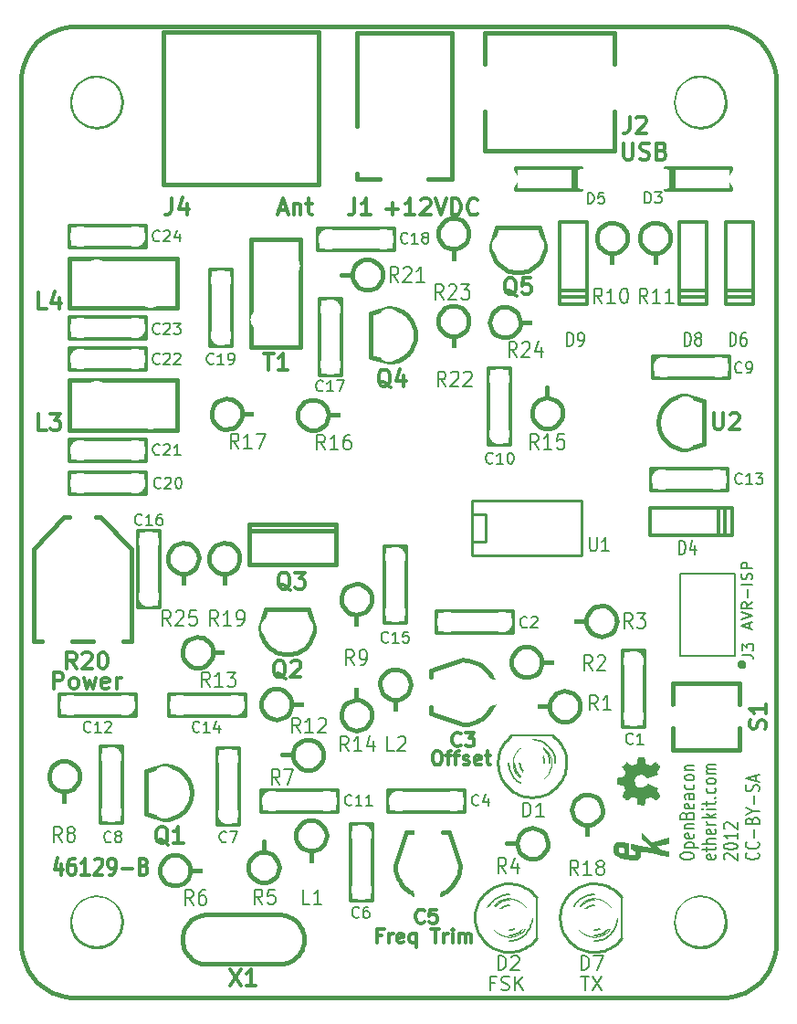
<source format=gto>
G04 (created by PCBNEW-RS274X (2011-nov-30)-testing) date Mon 05 Mar 2012 05:04:35 PM PST*
G01*
G70*
G90*
%MOIN*%
G04 Gerber Fmt 3.4, Leading zero omitted, Abs format*
%FSLAX34Y34*%
G04 APERTURE LIST*
%ADD10C,0.006000*%
%ADD11C,0.015000*%
%ADD12C,0.012000*%
%ADD13C,0.007900*%
%ADD14C,0.010000*%
%ADD15C,0.008000*%
%ADD16C,0.003000*%
%ADD17C,0.000100*%
%ADD18C,0.075000*%
%ADD19R,0.075000X0.075000*%
%ADD20C,0.090000*%
%ADD21R,0.090000X0.090000*%
%ADD22R,0.080000X0.080000*%
%ADD23C,0.080000*%
%ADD24C,0.138100*%
%ADD25C,0.079100*%
%ADD26C,0.071200*%
%ADD27C,0.075100*%
%ADD28C,0.083000*%
%ADD29R,0.083000X0.083000*%
%ADD30C,0.090900*%
%ADD31C,0.063300*%
%ADD32C,0.098700*%
%ADD33C,0.086000*%
%ADD34O,0.157800X0.098700*%
%ADD35O,0.098700X0.157800*%
%ADD36C,0.180000*%
%ADD37C,0.149900*%
G04 APERTURE END LIST*
G54D10*
G54D11*
X46055Y-42953D02*
X46053Y-42966D01*
X46049Y-42979D01*
X46043Y-42991D01*
X46034Y-43002D01*
X46024Y-43011D01*
X46012Y-43017D01*
X45999Y-43021D01*
X45985Y-43022D01*
X45972Y-43021D01*
X45959Y-43017D01*
X45947Y-43011D01*
X45937Y-43003D01*
X45928Y-42992D01*
X45921Y-42980D01*
X45917Y-42967D01*
X45916Y-42953D01*
X45917Y-42941D01*
X45920Y-42928D01*
X45927Y-42916D01*
X45935Y-42905D01*
X45946Y-42896D01*
X45957Y-42889D01*
X45970Y-42885D01*
X45984Y-42884D01*
X45997Y-42885D01*
X46010Y-42888D01*
X46022Y-42894D01*
X46033Y-42903D01*
X46042Y-42913D01*
X46048Y-42925D01*
X46053Y-42938D01*
X46054Y-42952D01*
X46055Y-42953D01*
G54D12*
X21146Y-50239D02*
X21146Y-50633D01*
X21024Y-50014D02*
X20903Y-50436D01*
X21219Y-50436D01*
X21634Y-50042D02*
X21537Y-50042D01*
X21488Y-50070D01*
X21464Y-50098D01*
X21415Y-50182D01*
X21391Y-50295D01*
X21391Y-50520D01*
X21415Y-50576D01*
X21439Y-50605D01*
X21488Y-50633D01*
X21586Y-50633D01*
X21634Y-50605D01*
X21659Y-50576D01*
X21683Y-50520D01*
X21683Y-50379D01*
X21659Y-50323D01*
X21634Y-50295D01*
X21586Y-50267D01*
X21488Y-50267D01*
X21439Y-50295D01*
X21415Y-50323D01*
X21391Y-50379D01*
X22171Y-50633D02*
X21879Y-50633D01*
X22025Y-50633D02*
X22025Y-50042D01*
X21976Y-50126D01*
X21927Y-50182D01*
X21879Y-50211D01*
X22367Y-50098D02*
X22391Y-50070D01*
X22440Y-50042D01*
X22562Y-50042D01*
X22610Y-50070D01*
X22635Y-50098D01*
X22659Y-50154D01*
X22659Y-50211D01*
X22635Y-50295D01*
X22342Y-50633D01*
X22659Y-50633D01*
X22903Y-50633D02*
X23001Y-50633D01*
X23050Y-50605D01*
X23074Y-50576D01*
X23123Y-50492D01*
X23147Y-50379D01*
X23147Y-50154D01*
X23123Y-50098D01*
X23098Y-50070D01*
X23050Y-50042D01*
X22952Y-50042D01*
X22903Y-50070D01*
X22879Y-50098D01*
X22855Y-50154D01*
X22855Y-50295D01*
X22879Y-50351D01*
X22903Y-50379D01*
X22952Y-50408D01*
X23050Y-50408D01*
X23098Y-50379D01*
X23123Y-50351D01*
X23147Y-50295D01*
X23367Y-50408D02*
X23757Y-50408D01*
X24172Y-50323D02*
X24245Y-50351D01*
X24269Y-50379D01*
X24293Y-50436D01*
X24293Y-50520D01*
X24269Y-50576D01*
X24245Y-50605D01*
X24196Y-50633D01*
X24001Y-50633D01*
X24001Y-50042D01*
X24172Y-50042D01*
X24220Y-50070D01*
X24245Y-50098D01*
X24269Y-50154D01*
X24269Y-50211D01*
X24245Y-50267D01*
X24220Y-50295D01*
X24172Y-50323D01*
X24001Y-50323D01*
G54D13*
X43750Y-49988D02*
X43750Y-49913D01*
X43775Y-49876D01*
X43823Y-49838D01*
X43921Y-49819D01*
X44092Y-49819D01*
X44189Y-49838D01*
X44238Y-49876D01*
X44262Y-49913D01*
X44262Y-49988D01*
X44238Y-50026D01*
X44189Y-50063D01*
X44092Y-50082D01*
X43921Y-50082D01*
X43823Y-50063D01*
X43775Y-50026D01*
X43750Y-49988D01*
X43921Y-49650D02*
X44433Y-49650D01*
X43945Y-49650D02*
X43921Y-49613D01*
X43921Y-49538D01*
X43945Y-49500D01*
X43970Y-49481D01*
X44018Y-49463D01*
X44165Y-49463D01*
X44213Y-49481D01*
X44238Y-49500D01*
X44262Y-49538D01*
X44262Y-49613D01*
X44238Y-49650D01*
X44238Y-49144D02*
X44262Y-49182D01*
X44262Y-49257D01*
X44238Y-49294D01*
X44189Y-49313D01*
X43994Y-49313D01*
X43945Y-49294D01*
X43921Y-49257D01*
X43921Y-49182D01*
X43945Y-49144D01*
X43994Y-49125D01*
X44043Y-49125D01*
X44092Y-49313D01*
X43921Y-48956D02*
X44262Y-48956D01*
X43970Y-48956D02*
X43945Y-48937D01*
X43921Y-48900D01*
X43921Y-48844D01*
X43945Y-48806D01*
X43994Y-48787D01*
X44262Y-48787D01*
X43994Y-48469D02*
X44018Y-48413D01*
X44043Y-48394D01*
X44092Y-48375D01*
X44165Y-48375D01*
X44213Y-48394D01*
X44238Y-48413D01*
X44262Y-48450D01*
X44262Y-48600D01*
X43750Y-48600D01*
X43750Y-48469D01*
X43775Y-48431D01*
X43799Y-48413D01*
X43848Y-48394D01*
X43897Y-48394D01*
X43945Y-48413D01*
X43970Y-48431D01*
X43994Y-48469D01*
X43994Y-48600D01*
X44238Y-48056D02*
X44262Y-48094D01*
X44262Y-48169D01*
X44238Y-48206D01*
X44189Y-48225D01*
X43994Y-48225D01*
X43945Y-48206D01*
X43921Y-48169D01*
X43921Y-48094D01*
X43945Y-48056D01*
X43994Y-48037D01*
X44043Y-48037D01*
X44092Y-48225D01*
X44262Y-47699D02*
X43994Y-47699D01*
X43945Y-47718D01*
X43921Y-47756D01*
X43921Y-47831D01*
X43945Y-47868D01*
X44238Y-47699D02*
X44262Y-47737D01*
X44262Y-47831D01*
X44238Y-47868D01*
X44189Y-47887D01*
X44140Y-47887D01*
X44092Y-47868D01*
X44067Y-47831D01*
X44067Y-47737D01*
X44043Y-47699D01*
X44238Y-47343D02*
X44262Y-47381D01*
X44262Y-47456D01*
X44238Y-47493D01*
X44213Y-47512D01*
X44165Y-47531D01*
X44018Y-47531D01*
X43970Y-47512D01*
X43945Y-47493D01*
X43921Y-47456D01*
X43921Y-47381D01*
X43945Y-47343D01*
X44262Y-47118D02*
X44238Y-47155D01*
X44213Y-47174D01*
X44165Y-47193D01*
X44018Y-47193D01*
X43970Y-47174D01*
X43945Y-47155D01*
X43921Y-47118D01*
X43921Y-47062D01*
X43945Y-47024D01*
X43970Y-47005D01*
X44018Y-46987D01*
X44165Y-46987D01*
X44213Y-47005D01*
X44238Y-47024D01*
X44262Y-47062D01*
X44262Y-47118D01*
X43921Y-46818D02*
X44262Y-46818D01*
X43970Y-46818D02*
X43945Y-46799D01*
X43921Y-46762D01*
X43921Y-46706D01*
X43945Y-46668D01*
X43994Y-46649D01*
X44262Y-46649D01*
X45033Y-49913D02*
X45057Y-49951D01*
X45057Y-50026D01*
X45033Y-50063D01*
X44984Y-50082D01*
X44789Y-50082D01*
X44740Y-50063D01*
X44716Y-50026D01*
X44716Y-49951D01*
X44740Y-49913D01*
X44789Y-49894D01*
X44838Y-49894D01*
X44887Y-50082D01*
X44716Y-49781D02*
X44716Y-49631D01*
X44545Y-49725D02*
X44984Y-49725D01*
X45033Y-49706D01*
X45057Y-49669D01*
X45057Y-49631D01*
X45057Y-49500D02*
X44545Y-49500D01*
X45057Y-49331D02*
X44789Y-49331D01*
X44740Y-49350D01*
X44716Y-49388D01*
X44716Y-49444D01*
X44740Y-49481D01*
X44765Y-49500D01*
X45033Y-48994D02*
X45057Y-49032D01*
X45057Y-49107D01*
X45033Y-49144D01*
X44984Y-49163D01*
X44789Y-49163D01*
X44740Y-49144D01*
X44716Y-49107D01*
X44716Y-49032D01*
X44740Y-48994D01*
X44789Y-48975D01*
X44838Y-48975D01*
X44887Y-49163D01*
X45057Y-48806D02*
X44716Y-48806D01*
X44813Y-48806D02*
X44765Y-48787D01*
X44740Y-48769D01*
X44716Y-48731D01*
X44716Y-48694D01*
X45057Y-48562D02*
X44545Y-48562D01*
X44862Y-48525D02*
X45057Y-48412D01*
X44716Y-48412D02*
X44911Y-48562D01*
X45057Y-48243D02*
X44716Y-48243D01*
X44545Y-48243D02*
X44570Y-48262D01*
X44594Y-48243D01*
X44570Y-48224D01*
X44545Y-48243D01*
X44594Y-48243D01*
X44716Y-48111D02*
X44716Y-47961D01*
X44545Y-48055D02*
X44984Y-48055D01*
X45033Y-48036D01*
X45057Y-47999D01*
X45057Y-47961D01*
X45008Y-47830D02*
X45033Y-47811D01*
X45057Y-47830D01*
X45033Y-47849D01*
X45008Y-47830D01*
X45057Y-47830D01*
X45033Y-47473D02*
X45057Y-47511D01*
X45057Y-47586D01*
X45033Y-47623D01*
X45008Y-47642D01*
X44960Y-47661D01*
X44813Y-47661D01*
X44765Y-47642D01*
X44740Y-47623D01*
X44716Y-47586D01*
X44716Y-47511D01*
X44740Y-47473D01*
X45057Y-47248D02*
X45033Y-47285D01*
X45008Y-47304D01*
X44960Y-47323D01*
X44813Y-47323D01*
X44765Y-47304D01*
X44740Y-47285D01*
X44716Y-47248D01*
X44716Y-47192D01*
X44740Y-47154D01*
X44765Y-47135D01*
X44813Y-47117D01*
X44960Y-47117D01*
X45008Y-47135D01*
X45033Y-47154D01*
X45057Y-47192D01*
X45057Y-47248D01*
X45057Y-46948D02*
X44716Y-46948D01*
X44765Y-46948D02*
X44740Y-46929D01*
X44716Y-46892D01*
X44716Y-46836D01*
X44740Y-46798D01*
X44789Y-46779D01*
X45057Y-46779D01*
X44789Y-46779D02*
X44740Y-46761D01*
X44716Y-46723D01*
X44716Y-46667D01*
X44740Y-46629D01*
X44789Y-46610D01*
X45057Y-46610D01*
X45389Y-50082D02*
X45365Y-50063D01*
X45340Y-50026D01*
X45340Y-49932D01*
X45365Y-49894D01*
X45389Y-49876D01*
X45438Y-49857D01*
X45487Y-49857D01*
X45560Y-49876D01*
X45852Y-50101D01*
X45852Y-49857D01*
X45340Y-49613D02*
X45340Y-49576D01*
X45365Y-49538D01*
X45389Y-49519D01*
X45438Y-49501D01*
X45535Y-49482D01*
X45657Y-49482D01*
X45755Y-49501D01*
X45803Y-49519D01*
X45828Y-49538D01*
X45852Y-49576D01*
X45852Y-49613D01*
X45828Y-49651D01*
X45803Y-49669D01*
X45755Y-49688D01*
X45657Y-49707D01*
X45535Y-49707D01*
X45438Y-49688D01*
X45389Y-49669D01*
X45365Y-49651D01*
X45340Y-49613D01*
X45852Y-49107D02*
X45852Y-49332D01*
X45852Y-49219D02*
X45340Y-49219D01*
X45413Y-49257D01*
X45462Y-49294D01*
X45487Y-49332D01*
X45389Y-48957D02*
X45365Y-48938D01*
X45340Y-48901D01*
X45340Y-48807D01*
X45365Y-48769D01*
X45389Y-48751D01*
X45438Y-48732D01*
X45487Y-48732D01*
X45560Y-48751D01*
X45852Y-48976D01*
X45852Y-48732D01*
X46598Y-49838D02*
X46623Y-49857D01*
X46647Y-49913D01*
X46647Y-49951D01*
X46623Y-50007D01*
X46574Y-50044D01*
X46525Y-50063D01*
X46428Y-50082D01*
X46355Y-50082D01*
X46257Y-50063D01*
X46208Y-50044D01*
X46160Y-50007D01*
X46135Y-49951D01*
X46135Y-49913D01*
X46160Y-49857D01*
X46184Y-49838D01*
X46598Y-49444D02*
X46623Y-49463D01*
X46647Y-49519D01*
X46647Y-49557D01*
X46623Y-49613D01*
X46574Y-49650D01*
X46525Y-49669D01*
X46428Y-49688D01*
X46355Y-49688D01*
X46257Y-49669D01*
X46208Y-49650D01*
X46160Y-49613D01*
X46135Y-49557D01*
X46135Y-49519D01*
X46160Y-49463D01*
X46184Y-49444D01*
X46452Y-49275D02*
X46452Y-48975D01*
X46379Y-48656D02*
X46403Y-48600D01*
X46428Y-48581D01*
X46477Y-48562D01*
X46550Y-48562D01*
X46598Y-48581D01*
X46623Y-48600D01*
X46647Y-48637D01*
X46647Y-48787D01*
X46135Y-48787D01*
X46135Y-48656D01*
X46160Y-48618D01*
X46184Y-48600D01*
X46233Y-48581D01*
X46282Y-48581D01*
X46330Y-48600D01*
X46355Y-48618D01*
X46379Y-48656D01*
X46379Y-48787D01*
X46403Y-48318D02*
X46647Y-48318D01*
X46135Y-48449D02*
X46403Y-48318D01*
X46135Y-48187D01*
X46452Y-48055D02*
X46452Y-47755D01*
X46623Y-47586D02*
X46647Y-47530D01*
X46647Y-47436D01*
X46623Y-47398D01*
X46598Y-47380D01*
X46550Y-47361D01*
X46501Y-47361D01*
X46452Y-47380D01*
X46428Y-47398D01*
X46403Y-47436D01*
X46379Y-47511D01*
X46355Y-47548D01*
X46330Y-47567D01*
X46282Y-47586D01*
X46233Y-47586D01*
X46184Y-47567D01*
X46160Y-47548D01*
X46135Y-47511D01*
X46135Y-47417D01*
X46160Y-47361D01*
X46501Y-47211D02*
X46501Y-47023D01*
X46647Y-47248D02*
X46135Y-47117D01*
X46647Y-46986D01*
G54D11*
X45276Y-55118D02*
X45447Y-55110D01*
X45617Y-55088D01*
X45785Y-55050D01*
X45949Y-54999D01*
X46107Y-54933D01*
X46260Y-54854D01*
X46404Y-54762D01*
X46541Y-54657D01*
X46667Y-54541D01*
X46783Y-54415D01*
X46888Y-54278D01*
X46980Y-54133D01*
X47059Y-53981D01*
X47125Y-53823D01*
X47176Y-53659D01*
X47214Y-53491D01*
X47236Y-53321D01*
X47244Y-53150D01*
X19686Y-53150D02*
X19694Y-53321D01*
X19716Y-53491D01*
X19754Y-53659D01*
X19805Y-53823D01*
X19871Y-53981D01*
X19950Y-54133D01*
X20042Y-54278D01*
X20147Y-54415D01*
X20263Y-54541D01*
X20389Y-54657D01*
X20526Y-54762D01*
X20671Y-54854D01*
X20823Y-54933D01*
X20981Y-54999D01*
X21145Y-55050D01*
X21313Y-55088D01*
X21483Y-55110D01*
X21654Y-55118D01*
X21654Y-19685D02*
X21483Y-19693D01*
X21313Y-19715D01*
X21145Y-19753D01*
X20981Y-19804D01*
X20822Y-19870D01*
X20670Y-19949D01*
X20525Y-20042D01*
X20389Y-20146D01*
X20262Y-20262D01*
X20146Y-20389D01*
X20042Y-20525D01*
X19949Y-20670D01*
X19870Y-20822D01*
X19804Y-20981D01*
X19753Y-21145D01*
X19715Y-21313D01*
X19693Y-21483D01*
X19685Y-21654D01*
X47245Y-21654D02*
X47237Y-21483D01*
X47215Y-21313D01*
X47177Y-21145D01*
X47126Y-20981D01*
X47060Y-20822D01*
X46981Y-20670D01*
X46888Y-20525D01*
X46784Y-20389D01*
X46668Y-20262D01*
X46541Y-20146D01*
X46405Y-20042D01*
X46260Y-19949D01*
X46108Y-19870D01*
X45949Y-19804D01*
X45785Y-19753D01*
X45617Y-19715D01*
X45447Y-19693D01*
X45276Y-19685D01*
X21654Y-19685D02*
X45276Y-19685D01*
X47244Y-53150D02*
X47244Y-21654D01*
X21654Y-55118D02*
X45276Y-55118D01*
X19685Y-21654D02*
X19685Y-53150D01*
X37913Y-30473D02*
X38306Y-30473D01*
X37912Y-30473D02*
X37901Y-30581D01*
X37869Y-30686D01*
X37818Y-30782D01*
X37749Y-30866D01*
X37665Y-30936D01*
X37569Y-30988D01*
X37465Y-31020D01*
X37356Y-31031D01*
X37249Y-31022D01*
X37144Y-30991D01*
X37047Y-30940D01*
X36962Y-30872D01*
X36892Y-30788D01*
X36840Y-30693D01*
X36807Y-30589D01*
X36795Y-30480D01*
X36804Y-30373D01*
X36834Y-30268D01*
X36884Y-30171D01*
X36951Y-30085D01*
X37034Y-30014D01*
X37130Y-29961D01*
X37233Y-29928D01*
X37342Y-29915D01*
X37450Y-29923D01*
X37555Y-29952D01*
X37652Y-30002D01*
X37738Y-30069D01*
X37809Y-30151D01*
X37863Y-30246D01*
X37898Y-30350D01*
X37911Y-30458D01*
X37912Y-30473D01*
X35472Y-27796D02*
X35472Y-28189D01*
X36031Y-27236D02*
X36020Y-27344D01*
X35988Y-27449D01*
X35937Y-27545D01*
X35868Y-27629D01*
X35784Y-27699D01*
X35688Y-27751D01*
X35584Y-27783D01*
X35475Y-27794D01*
X35368Y-27785D01*
X35263Y-27754D01*
X35166Y-27703D01*
X35081Y-27635D01*
X35011Y-27551D01*
X34959Y-27456D01*
X34926Y-27352D01*
X34914Y-27243D01*
X34923Y-27136D01*
X34953Y-27031D01*
X35003Y-26934D01*
X35070Y-26848D01*
X35153Y-26777D01*
X35249Y-26724D01*
X35352Y-26691D01*
X35461Y-26678D01*
X35569Y-26686D01*
X35674Y-26715D01*
X35771Y-26765D01*
X35857Y-26832D01*
X35928Y-26914D01*
X35982Y-27009D01*
X36017Y-27113D01*
X36030Y-27221D01*
X36031Y-27236D01*
X35472Y-30985D02*
X35472Y-31378D01*
X36031Y-30425D02*
X36020Y-30533D01*
X35988Y-30638D01*
X35937Y-30734D01*
X35868Y-30818D01*
X35784Y-30888D01*
X35688Y-30940D01*
X35584Y-30972D01*
X35475Y-30983D01*
X35368Y-30974D01*
X35263Y-30943D01*
X35166Y-30892D01*
X35081Y-30824D01*
X35011Y-30740D01*
X34959Y-30645D01*
X34926Y-30541D01*
X34914Y-30432D01*
X34923Y-30325D01*
X34953Y-30220D01*
X35003Y-30123D01*
X35070Y-30037D01*
X35153Y-29966D01*
X35249Y-29913D01*
X35352Y-29880D01*
X35461Y-29867D01*
X35569Y-29875D01*
X35674Y-29904D01*
X35771Y-29954D01*
X35857Y-30021D01*
X35928Y-30103D01*
X35982Y-30198D01*
X36017Y-30302D01*
X36030Y-30410D01*
X36031Y-30425D01*
X31929Y-44252D02*
X31929Y-43859D01*
X32488Y-44812D02*
X32477Y-44920D01*
X32445Y-45025D01*
X32394Y-45121D01*
X32325Y-45205D01*
X32241Y-45275D01*
X32145Y-45327D01*
X32041Y-45359D01*
X31932Y-45370D01*
X31825Y-45361D01*
X31720Y-45330D01*
X31623Y-45279D01*
X31538Y-45211D01*
X31468Y-45127D01*
X31416Y-45032D01*
X31383Y-44928D01*
X31371Y-44819D01*
X31380Y-44712D01*
X31410Y-44607D01*
X31460Y-44510D01*
X31527Y-44424D01*
X31610Y-44353D01*
X31706Y-44300D01*
X31809Y-44267D01*
X31918Y-44254D01*
X32026Y-44262D01*
X32131Y-44291D01*
X32228Y-44341D01*
X32314Y-44408D01*
X32385Y-44490D01*
X32439Y-44585D01*
X32474Y-44689D01*
X32487Y-44797D01*
X32488Y-44812D01*
X29567Y-44409D02*
X29960Y-44409D01*
X29566Y-44409D02*
X29555Y-44517D01*
X29523Y-44622D01*
X29472Y-44718D01*
X29403Y-44802D01*
X29319Y-44872D01*
X29223Y-44924D01*
X29119Y-44956D01*
X29010Y-44967D01*
X28903Y-44958D01*
X28798Y-44927D01*
X28701Y-44876D01*
X28616Y-44808D01*
X28546Y-44724D01*
X28494Y-44629D01*
X28461Y-44525D01*
X28449Y-44416D01*
X28458Y-44309D01*
X28488Y-44204D01*
X28538Y-44107D01*
X28605Y-44021D01*
X28688Y-43950D01*
X28784Y-43897D01*
X28887Y-43864D01*
X28996Y-43851D01*
X29104Y-43859D01*
X29209Y-43888D01*
X29306Y-43938D01*
X29392Y-44005D01*
X29463Y-44087D01*
X29517Y-44182D01*
X29552Y-44286D01*
X29565Y-44394D01*
X29566Y-44409D01*
X31929Y-41142D02*
X31929Y-41535D01*
X32488Y-40582D02*
X32477Y-40690D01*
X32445Y-40795D01*
X32394Y-40891D01*
X32325Y-40975D01*
X32241Y-41045D01*
X32145Y-41097D01*
X32041Y-41129D01*
X31932Y-41140D01*
X31825Y-41131D01*
X31720Y-41100D01*
X31623Y-41049D01*
X31538Y-40981D01*
X31468Y-40897D01*
X31416Y-40802D01*
X31383Y-40698D01*
X31371Y-40589D01*
X31380Y-40482D01*
X31410Y-40377D01*
X31460Y-40280D01*
X31527Y-40194D01*
X31610Y-40123D01*
X31706Y-40070D01*
X31809Y-40037D01*
X31918Y-40024D01*
X32026Y-40032D01*
X32131Y-40061D01*
X32228Y-40111D01*
X32314Y-40178D01*
X32385Y-40260D01*
X32439Y-40355D01*
X32474Y-40459D01*
X32487Y-40567D01*
X32488Y-40582D01*
X33347Y-44253D02*
X33347Y-44646D01*
X33906Y-43693D02*
X33895Y-43801D01*
X33863Y-43906D01*
X33812Y-44002D01*
X33743Y-44086D01*
X33659Y-44156D01*
X33563Y-44208D01*
X33459Y-44240D01*
X33350Y-44251D01*
X33243Y-44242D01*
X33138Y-44211D01*
X33041Y-44160D01*
X32956Y-44092D01*
X32886Y-44008D01*
X32834Y-43913D01*
X32801Y-43809D01*
X32789Y-43700D01*
X32798Y-43593D01*
X32828Y-43488D01*
X32878Y-43391D01*
X32945Y-43305D01*
X33028Y-43234D01*
X33124Y-43181D01*
X33227Y-43148D01*
X33336Y-43135D01*
X33444Y-43143D01*
X33549Y-43172D01*
X33646Y-43222D01*
X33732Y-43289D01*
X33803Y-43371D01*
X33857Y-43466D01*
X33892Y-43570D01*
X33905Y-43678D01*
X33906Y-43693D01*
X25866Y-50472D02*
X26259Y-50472D01*
X25865Y-50472D02*
X25854Y-50580D01*
X25822Y-50685D01*
X25771Y-50781D01*
X25702Y-50865D01*
X25618Y-50935D01*
X25522Y-50987D01*
X25418Y-51019D01*
X25309Y-51030D01*
X25202Y-51021D01*
X25097Y-50990D01*
X25000Y-50939D01*
X24915Y-50871D01*
X24845Y-50787D01*
X24793Y-50692D01*
X24760Y-50588D01*
X24748Y-50479D01*
X24757Y-50372D01*
X24787Y-50267D01*
X24837Y-50170D01*
X24904Y-50084D01*
X24987Y-50013D01*
X25083Y-49960D01*
X25186Y-49927D01*
X25295Y-49914D01*
X25403Y-49922D01*
X25508Y-49951D01*
X25605Y-50001D01*
X25691Y-50068D01*
X25762Y-50150D01*
X25816Y-50245D01*
X25851Y-50349D01*
X25864Y-50457D01*
X25865Y-50472D01*
X40354Y-48819D02*
X40354Y-49212D01*
X40913Y-48259D02*
X40902Y-48367D01*
X40870Y-48472D01*
X40819Y-48568D01*
X40750Y-48652D01*
X40666Y-48722D01*
X40570Y-48774D01*
X40466Y-48806D01*
X40357Y-48817D01*
X40250Y-48808D01*
X40145Y-48777D01*
X40048Y-48726D01*
X39963Y-48658D01*
X39893Y-48574D01*
X39841Y-48479D01*
X39808Y-48375D01*
X39796Y-48266D01*
X39805Y-48159D01*
X39835Y-48054D01*
X39885Y-47957D01*
X39952Y-47871D01*
X40035Y-47800D01*
X40131Y-47747D01*
X40234Y-47714D01*
X40343Y-47701D01*
X40451Y-47709D01*
X40556Y-47738D01*
X40653Y-47788D01*
X40739Y-47855D01*
X40810Y-47937D01*
X40864Y-48032D01*
X40899Y-48136D01*
X40912Y-48244D01*
X40913Y-48259D01*
X31771Y-28741D02*
X31378Y-28741D01*
X32890Y-28741D02*
X32879Y-28849D01*
X32847Y-28954D01*
X32796Y-29050D01*
X32727Y-29134D01*
X32643Y-29204D01*
X32547Y-29256D01*
X32443Y-29288D01*
X32334Y-29299D01*
X32227Y-29290D01*
X32122Y-29259D01*
X32025Y-29208D01*
X31940Y-29140D01*
X31870Y-29056D01*
X31818Y-28961D01*
X31785Y-28857D01*
X31773Y-28748D01*
X31782Y-28641D01*
X31812Y-28536D01*
X31862Y-28439D01*
X31929Y-28353D01*
X32012Y-28282D01*
X32108Y-28229D01*
X32211Y-28196D01*
X32320Y-28183D01*
X32428Y-28191D01*
X32533Y-28220D01*
X32630Y-28270D01*
X32716Y-28337D01*
X32787Y-28419D01*
X32841Y-28514D01*
X32876Y-28618D01*
X32889Y-28726D01*
X32890Y-28741D01*
X26693Y-42520D02*
X27086Y-42520D01*
X26692Y-42520D02*
X26681Y-42628D01*
X26649Y-42733D01*
X26598Y-42829D01*
X26529Y-42913D01*
X26445Y-42983D01*
X26349Y-43035D01*
X26245Y-43067D01*
X26136Y-43078D01*
X26029Y-43069D01*
X25924Y-43038D01*
X25827Y-42987D01*
X25742Y-42919D01*
X25672Y-42835D01*
X25620Y-42740D01*
X25587Y-42636D01*
X25575Y-42527D01*
X25584Y-42420D01*
X25614Y-42315D01*
X25664Y-42218D01*
X25731Y-42132D01*
X25814Y-42061D01*
X25910Y-42008D01*
X26013Y-41975D01*
X26122Y-41962D01*
X26230Y-41970D01*
X26335Y-41999D01*
X26432Y-42049D01*
X26518Y-42116D01*
X26589Y-42198D01*
X26643Y-42293D01*
X26678Y-42397D01*
X26691Y-42505D01*
X26692Y-42520D01*
X27106Y-39646D02*
X27106Y-40039D01*
X27665Y-39086D02*
X27654Y-39194D01*
X27622Y-39299D01*
X27571Y-39395D01*
X27502Y-39479D01*
X27418Y-39549D01*
X27322Y-39601D01*
X27218Y-39633D01*
X27109Y-39644D01*
X27002Y-39635D01*
X26897Y-39604D01*
X26800Y-39553D01*
X26715Y-39485D01*
X26645Y-39401D01*
X26593Y-39306D01*
X26560Y-39202D01*
X26548Y-39093D01*
X26557Y-38986D01*
X26587Y-38881D01*
X26637Y-38784D01*
X26704Y-38698D01*
X26787Y-38627D01*
X26883Y-38574D01*
X26986Y-38541D01*
X27095Y-38528D01*
X27203Y-38536D01*
X27308Y-38565D01*
X27405Y-38615D01*
X27491Y-38682D01*
X27562Y-38764D01*
X27616Y-38859D01*
X27651Y-38963D01*
X27664Y-39071D01*
X27665Y-39086D01*
X30906Y-33858D02*
X31299Y-33858D01*
X30905Y-33858D02*
X30894Y-33966D01*
X30862Y-34071D01*
X30811Y-34167D01*
X30742Y-34251D01*
X30658Y-34321D01*
X30562Y-34373D01*
X30458Y-34405D01*
X30349Y-34416D01*
X30242Y-34407D01*
X30137Y-34376D01*
X30040Y-34325D01*
X29955Y-34257D01*
X29885Y-34173D01*
X29833Y-34078D01*
X29800Y-33974D01*
X29788Y-33865D01*
X29797Y-33758D01*
X29827Y-33653D01*
X29877Y-33556D01*
X29944Y-33470D01*
X30027Y-33399D01*
X30123Y-33346D01*
X30226Y-33313D01*
X30335Y-33300D01*
X30443Y-33308D01*
X30548Y-33337D01*
X30645Y-33387D01*
X30731Y-33454D01*
X30802Y-33536D01*
X30856Y-33631D01*
X30891Y-33735D01*
X30904Y-33843D01*
X30905Y-33858D01*
X27756Y-33819D02*
X28149Y-33819D01*
X27755Y-33819D02*
X27744Y-33927D01*
X27712Y-34032D01*
X27661Y-34128D01*
X27592Y-34212D01*
X27508Y-34282D01*
X27412Y-34334D01*
X27308Y-34366D01*
X27199Y-34377D01*
X27092Y-34368D01*
X26987Y-34337D01*
X26890Y-34286D01*
X26805Y-34218D01*
X26735Y-34134D01*
X26683Y-34039D01*
X26650Y-33935D01*
X26638Y-33826D01*
X26647Y-33719D01*
X26677Y-33614D01*
X26727Y-33517D01*
X26794Y-33431D01*
X26877Y-33360D01*
X26973Y-33307D01*
X27076Y-33274D01*
X27185Y-33261D01*
X27293Y-33269D01*
X27398Y-33298D01*
X27495Y-33348D01*
X27581Y-33415D01*
X27652Y-33497D01*
X27706Y-33592D01*
X27741Y-33696D01*
X27754Y-33804D01*
X27755Y-33819D01*
X29606Y-46260D02*
X29213Y-46260D01*
X30725Y-46260D02*
X30714Y-46368D01*
X30682Y-46473D01*
X30631Y-46569D01*
X30562Y-46653D01*
X30478Y-46723D01*
X30382Y-46775D01*
X30278Y-46807D01*
X30169Y-46818D01*
X30062Y-46809D01*
X29957Y-46778D01*
X29860Y-46727D01*
X29775Y-46659D01*
X29705Y-46575D01*
X29653Y-46480D01*
X29620Y-46376D01*
X29608Y-46267D01*
X29617Y-46160D01*
X29647Y-46055D01*
X29697Y-45958D01*
X29764Y-45872D01*
X29847Y-45801D01*
X29943Y-45748D01*
X30046Y-45715D01*
X30155Y-45702D01*
X30263Y-45710D01*
X30368Y-45739D01*
X30465Y-45789D01*
X30551Y-45856D01*
X30622Y-45938D01*
X30676Y-46033D01*
X30711Y-46137D01*
X30724Y-46245D01*
X30725Y-46260D01*
X21260Y-47599D02*
X21260Y-47992D01*
X21819Y-47039D02*
X21808Y-47147D01*
X21776Y-47252D01*
X21725Y-47348D01*
X21656Y-47432D01*
X21572Y-47502D01*
X21476Y-47554D01*
X21372Y-47586D01*
X21263Y-47597D01*
X21156Y-47588D01*
X21051Y-47557D01*
X20954Y-47506D01*
X20869Y-47438D01*
X20799Y-47354D01*
X20747Y-47259D01*
X20714Y-47155D01*
X20702Y-47046D01*
X20711Y-46939D01*
X20741Y-46834D01*
X20791Y-46737D01*
X20858Y-46651D01*
X20941Y-46580D01*
X21037Y-46527D01*
X21140Y-46494D01*
X21249Y-46481D01*
X21357Y-46489D01*
X21462Y-46518D01*
X21559Y-46568D01*
X21645Y-46635D01*
X21716Y-46717D01*
X21770Y-46812D01*
X21805Y-46916D01*
X21818Y-47024D01*
X21819Y-47039D01*
X30276Y-49764D02*
X30276Y-50157D01*
X30835Y-49204D02*
X30824Y-49312D01*
X30792Y-49417D01*
X30741Y-49513D01*
X30672Y-49597D01*
X30588Y-49667D01*
X30492Y-49719D01*
X30388Y-49751D01*
X30279Y-49762D01*
X30172Y-49753D01*
X30067Y-49722D01*
X29970Y-49671D01*
X29885Y-49603D01*
X29815Y-49519D01*
X29763Y-49424D01*
X29730Y-49320D01*
X29718Y-49211D01*
X29727Y-49104D01*
X29757Y-48999D01*
X29807Y-48902D01*
X29874Y-48816D01*
X29957Y-48745D01*
X30053Y-48692D01*
X30156Y-48659D01*
X30265Y-48646D01*
X30373Y-48654D01*
X30478Y-48683D01*
X30575Y-48733D01*
X30661Y-48800D01*
X30732Y-48882D01*
X30786Y-48977D01*
X30821Y-49081D01*
X30834Y-49189D01*
X30835Y-49204D01*
X37795Y-49488D02*
X37402Y-49488D01*
X38914Y-49488D02*
X38903Y-49596D01*
X38871Y-49701D01*
X38820Y-49797D01*
X38751Y-49881D01*
X38667Y-49951D01*
X38571Y-50003D01*
X38467Y-50035D01*
X38358Y-50046D01*
X38251Y-50037D01*
X38146Y-50006D01*
X38049Y-49955D01*
X37964Y-49887D01*
X37894Y-49803D01*
X37842Y-49708D01*
X37809Y-49604D01*
X37797Y-49495D01*
X37806Y-49388D01*
X37836Y-49283D01*
X37886Y-49186D01*
X37953Y-49100D01*
X38036Y-49029D01*
X38132Y-48976D01*
X38235Y-48943D01*
X38344Y-48930D01*
X38452Y-48938D01*
X38557Y-48967D01*
X38654Y-49017D01*
X38740Y-49084D01*
X38811Y-49166D01*
X38865Y-49261D01*
X38900Y-49365D01*
X38913Y-49473D01*
X38914Y-49488D01*
X40315Y-41378D02*
X39922Y-41378D01*
X41434Y-41378D02*
X41423Y-41486D01*
X41391Y-41591D01*
X41340Y-41687D01*
X41271Y-41771D01*
X41187Y-41841D01*
X41091Y-41893D01*
X40987Y-41925D01*
X40878Y-41936D01*
X40771Y-41927D01*
X40666Y-41896D01*
X40569Y-41845D01*
X40484Y-41777D01*
X40414Y-41693D01*
X40362Y-41598D01*
X40329Y-41494D01*
X40317Y-41385D01*
X40326Y-41278D01*
X40356Y-41173D01*
X40406Y-41076D01*
X40473Y-40990D01*
X40556Y-40919D01*
X40652Y-40866D01*
X40755Y-40833D01*
X40864Y-40820D01*
X40972Y-40828D01*
X41077Y-40857D01*
X41174Y-40907D01*
X41260Y-40974D01*
X41331Y-41056D01*
X41385Y-41151D01*
X41420Y-41255D01*
X41433Y-41363D01*
X41434Y-41378D01*
X38701Y-42874D02*
X39094Y-42874D01*
X38700Y-42874D02*
X38689Y-42982D01*
X38657Y-43087D01*
X38606Y-43183D01*
X38537Y-43267D01*
X38453Y-43337D01*
X38357Y-43389D01*
X38253Y-43421D01*
X38144Y-43432D01*
X38037Y-43423D01*
X37932Y-43392D01*
X37835Y-43341D01*
X37750Y-43273D01*
X37680Y-43189D01*
X37628Y-43094D01*
X37595Y-42990D01*
X37583Y-42881D01*
X37592Y-42774D01*
X37622Y-42669D01*
X37672Y-42572D01*
X37739Y-42486D01*
X37822Y-42415D01*
X37918Y-42362D01*
X38021Y-42329D01*
X38130Y-42316D01*
X38238Y-42324D01*
X38343Y-42353D01*
X38440Y-42403D01*
X38526Y-42470D01*
X38597Y-42552D01*
X38651Y-42647D01*
X38686Y-42751D01*
X38699Y-42859D01*
X38700Y-42874D01*
X38976Y-44488D02*
X38583Y-44488D01*
X40095Y-44488D02*
X40084Y-44596D01*
X40052Y-44701D01*
X40001Y-44797D01*
X39932Y-44881D01*
X39848Y-44951D01*
X39752Y-45003D01*
X39648Y-45035D01*
X39539Y-45046D01*
X39432Y-45037D01*
X39327Y-45006D01*
X39230Y-44955D01*
X39145Y-44887D01*
X39075Y-44803D01*
X39023Y-44708D01*
X38990Y-44604D01*
X38978Y-44495D01*
X38987Y-44388D01*
X39017Y-44283D01*
X39067Y-44186D01*
X39134Y-44100D01*
X39217Y-44029D01*
X39313Y-43976D01*
X39416Y-43943D01*
X39525Y-43930D01*
X39633Y-43938D01*
X39738Y-43967D01*
X39835Y-44017D01*
X39921Y-44084D01*
X39992Y-44166D01*
X40046Y-44261D01*
X40081Y-44365D01*
X40094Y-44473D01*
X40095Y-44488D01*
X41260Y-27953D02*
X41260Y-28346D01*
X41819Y-27393D02*
X41808Y-27501D01*
X41776Y-27606D01*
X41725Y-27702D01*
X41656Y-27786D01*
X41572Y-27856D01*
X41476Y-27908D01*
X41372Y-27940D01*
X41263Y-27951D01*
X41156Y-27942D01*
X41051Y-27911D01*
X40954Y-27860D01*
X40869Y-27792D01*
X40799Y-27708D01*
X40747Y-27613D01*
X40714Y-27509D01*
X40702Y-27400D01*
X40711Y-27293D01*
X40741Y-27188D01*
X40791Y-27091D01*
X40858Y-27005D01*
X40941Y-26934D01*
X41037Y-26881D01*
X41140Y-26848D01*
X41249Y-26835D01*
X41357Y-26843D01*
X41462Y-26872D01*
X41559Y-26922D01*
X41645Y-26989D01*
X41716Y-27071D01*
X41770Y-27166D01*
X41805Y-27270D01*
X41818Y-27378D01*
X41819Y-27393D01*
X42835Y-27953D02*
X42835Y-28346D01*
X43394Y-27393D02*
X43383Y-27501D01*
X43351Y-27606D01*
X43300Y-27702D01*
X43231Y-27786D01*
X43147Y-27856D01*
X43051Y-27908D01*
X42947Y-27940D01*
X42838Y-27951D01*
X42731Y-27942D01*
X42626Y-27911D01*
X42529Y-27860D01*
X42444Y-27792D01*
X42374Y-27708D01*
X42322Y-27613D01*
X42289Y-27509D01*
X42277Y-27400D01*
X42286Y-27293D01*
X42316Y-27188D01*
X42366Y-27091D01*
X42433Y-27005D01*
X42516Y-26934D01*
X42612Y-26881D01*
X42715Y-26848D01*
X42824Y-26835D01*
X42932Y-26843D01*
X43037Y-26872D01*
X43134Y-26922D01*
X43220Y-26989D01*
X43291Y-27071D01*
X43345Y-27166D01*
X43380Y-27270D01*
X43393Y-27378D01*
X43394Y-27393D01*
X28543Y-49803D02*
X28543Y-49410D01*
X29102Y-50363D02*
X29091Y-50471D01*
X29059Y-50576D01*
X29008Y-50672D01*
X28939Y-50756D01*
X28855Y-50826D01*
X28759Y-50878D01*
X28655Y-50910D01*
X28546Y-50921D01*
X28439Y-50912D01*
X28334Y-50881D01*
X28237Y-50830D01*
X28152Y-50762D01*
X28082Y-50678D01*
X28030Y-50583D01*
X27997Y-50479D01*
X27985Y-50370D01*
X27994Y-50263D01*
X28024Y-50158D01*
X28074Y-50061D01*
X28141Y-49975D01*
X28224Y-49904D01*
X28320Y-49851D01*
X28423Y-49818D01*
X28532Y-49805D01*
X28640Y-49813D01*
X28745Y-49842D01*
X28842Y-49892D01*
X28928Y-49959D01*
X28999Y-50041D01*
X29053Y-50136D01*
X29088Y-50240D01*
X29101Y-50348D01*
X29102Y-50363D01*
X38898Y-33228D02*
X38898Y-32835D01*
X39457Y-33788D02*
X39446Y-33896D01*
X39414Y-34001D01*
X39363Y-34097D01*
X39294Y-34181D01*
X39210Y-34251D01*
X39114Y-34303D01*
X39010Y-34335D01*
X38901Y-34346D01*
X38794Y-34337D01*
X38689Y-34306D01*
X38592Y-34255D01*
X38507Y-34187D01*
X38437Y-34103D01*
X38385Y-34008D01*
X38352Y-33904D01*
X38340Y-33795D01*
X38349Y-33688D01*
X38379Y-33583D01*
X38429Y-33486D01*
X38496Y-33400D01*
X38579Y-33329D01*
X38675Y-33276D01*
X38778Y-33243D01*
X38887Y-33230D01*
X38995Y-33238D01*
X39100Y-33267D01*
X39197Y-33317D01*
X39283Y-33384D01*
X39354Y-33466D01*
X39408Y-33561D01*
X39443Y-33665D01*
X39456Y-33773D01*
X39457Y-33788D01*
G54D14*
X36150Y-37492D02*
X36650Y-37492D01*
X36650Y-37492D02*
X36650Y-38492D01*
X36650Y-38492D02*
X36150Y-38492D01*
X36150Y-36992D02*
X40150Y-36992D01*
X40150Y-36992D02*
X40150Y-38992D01*
X40150Y-38992D02*
X36150Y-38992D01*
X36150Y-38992D02*
X36150Y-36992D01*
G54D12*
X42634Y-37256D02*
X45634Y-37256D01*
X45634Y-37256D02*
X45634Y-38256D01*
X45634Y-38256D02*
X42634Y-38256D01*
X42634Y-38256D02*
X42634Y-37256D01*
X45384Y-37256D02*
X45384Y-38256D01*
X45134Y-38256D02*
X45134Y-37256D01*
X42634Y-37756D02*
X42134Y-37756D01*
X45634Y-37756D02*
X46134Y-37756D01*
X46405Y-26806D02*
X46405Y-29806D01*
X46405Y-29806D02*
X45405Y-29806D01*
X45405Y-29806D02*
X45405Y-26806D01*
X45405Y-26806D02*
X46405Y-26806D01*
X46405Y-29556D02*
X45405Y-29556D01*
X45405Y-29306D02*
X46405Y-29306D01*
X45905Y-26806D02*
X45905Y-26306D01*
X45905Y-29806D02*
X45905Y-30306D01*
X44712Y-26806D02*
X44712Y-29806D01*
X44712Y-29806D02*
X43712Y-29806D01*
X43712Y-29806D02*
X43712Y-26806D01*
X43712Y-26806D02*
X44712Y-26806D01*
X44712Y-29556D02*
X43712Y-29556D01*
X43712Y-29306D02*
X44712Y-29306D01*
X44212Y-26806D02*
X44212Y-26306D01*
X44212Y-29806D02*
X44212Y-30306D01*
X40343Y-26807D02*
X40343Y-29807D01*
X40343Y-29807D02*
X39343Y-29807D01*
X39343Y-29807D02*
X39343Y-26807D01*
X39343Y-26807D02*
X40343Y-26807D01*
X40343Y-29557D02*
X39343Y-29557D01*
X39343Y-29307D02*
X40343Y-29307D01*
X39843Y-26807D02*
X39843Y-26307D01*
X39843Y-29807D02*
X39843Y-30307D01*
X40437Y-25256D02*
X40137Y-25256D01*
X40137Y-25256D02*
X40137Y-24856D01*
X40137Y-24856D02*
X37737Y-24856D01*
X37737Y-24856D02*
X37737Y-25256D01*
X37737Y-25256D02*
X37437Y-25256D01*
X37737Y-25256D02*
X37737Y-25656D01*
X37737Y-25656D02*
X40137Y-25656D01*
X40137Y-25656D02*
X40137Y-25256D01*
X39937Y-24856D02*
X39937Y-25656D01*
X39837Y-25656D02*
X39837Y-24856D01*
X42909Y-25256D02*
X43209Y-25256D01*
X43209Y-25256D02*
X43209Y-25656D01*
X43209Y-25656D02*
X45609Y-25656D01*
X45609Y-25656D02*
X45609Y-25256D01*
X45609Y-25256D02*
X45909Y-25256D01*
X45609Y-25256D02*
X45609Y-24856D01*
X45609Y-24856D02*
X43209Y-24856D01*
X43209Y-24856D02*
X43209Y-25256D01*
X43409Y-25656D02*
X43409Y-24856D01*
X43509Y-24856D02*
X43509Y-25656D01*
X24235Y-31069D02*
X21435Y-31069D01*
X21435Y-31069D02*
X21435Y-30269D01*
X21435Y-30269D02*
X24235Y-30269D01*
X24235Y-30269D02*
X24235Y-31069D01*
X24235Y-30869D02*
X24035Y-31069D01*
X42695Y-35820D02*
X45495Y-35820D01*
X45495Y-35820D02*
X45495Y-36620D01*
X45495Y-36620D02*
X42695Y-36620D01*
X42695Y-36620D02*
X42695Y-35820D01*
X42695Y-36020D02*
X42895Y-35820D01*
X42734Y-31726D02*
X45534Y-31726D01*
X45534Y-31726D02*
X45534Y-32526D01*
X45534Y-32526D02*
X42734Y-32526D01*
X42734Y-32526D02*
X42734Y-31726D01*
X42734Y-31926D02*
X42934Y-31726D01*
X36765Y-34943D02*
X36765Y-32143D01*
X36765Y-32143D02*
X37565Y-32143D01*
X37565Y-32143D02*
X37565Y-34943D01*
X37565Y-34943D02*
X36765Y-34943D01*
X36965Y-34943D02*
X36765Y-34743D01*
X37660Y-41817D02*
X34860Y-41817D01*
X34860Y-41817D02*
X34860Y-41017D01*
X34860Y-41017D02*
X37660Y-41017D01*
X37660Y-41017D02*
X37660Y-41817D01*
X37660Y-41617D02*
X37460Y-41817D01*
X33088Y-47553D02*
X35888Y-47553D01*
X35888Y-47553D02*
X35888Y-48353D01*
X35888Y-48353D02*
X33088Y-48353D01*
X33088Y-48353D02*
X33088Y-47553D01*
X33088Y-47753D02*
X33288Y-47553D01*
X32526Y-48797D02*
X32526Y-51597D01*
X32526Y-51597D02*
X31726Y-51597D01*
X31726Y-51597D02*
X31726Y-48797D01*
X31726Y-48797D02*
X32526Y-48797D01*
X32326Y-48797D02*
X32526Y-48997D01*
X42447Y-42458D02*
X42447Y-45258D01*
X42447Y-45258D02*
X41647Y-45258D01*
X41647Y-45258D02*
X41647Y-42458D01*
X41647Y-42458D02*
X42447Y-42458D01*
X42247Y-42458D02*
X42447Y-42658D01*
X26844Y-48802D02*
X26844Y-46002D01*
X26844Y-46002D02*
X27644Y-46002D01*
X27644Y-46002D02*
X27644Y-48802D01*
X27644Y-48802D02*
X26844Y-48802D01*
X27044Y-48802D02*
X26844Y-48602D01*
X23392Y-45962D02*
X23392Y-48762D01*
X23392Y-48762D02*
X22592Y-48762D01*
X22592Y-48762D02*
X22592Y-45962D01*
X22592Y-45962D02*
X23392Y-45962D01*
X23192Y-45962D02*
X23392Y-46162D01*
X33746Y-38639D02*
X33746Y-41439D01*
X33746Y-41439D02*
X32946Y-41439D01*
X32946Y-41439D02*
X32946Y-38639D01*
X32946Y-38639D02*
X33746Y-38639D01*
X33546Y-38639D02*
X33746Y-38839D01*
X21435Y-34757D02*
X24235Y-34757D01*
X24235Y-34757D02*
X24235Y-35557D01*
X24235Y-35557D02*
X21435Y-35557D01*
X21435Y-35557D02*
X21435Y-34757D01*
X21435Y-34957D02*
X21635Y-34757D01*
X28443Y-47553D02*
X31243Y-47553D01*
X31243Y-47553D02*
X31243Y-48353D01*
X31243Y-48353D02*
X28443Y-48353D01*
X28443Y-48353D02*
X28443Y-47553D01*
X28443Y-47753D02*
X28643Y-47553D01*
X23880Y-44849D02*
X21080Y-44849D01*
X21080Y-44849D02*
X21080Y-44049D01*
X21080Y-44049D02*
X23880Y-44049D01*
X23880Y-44049D02*
X23880Y-44849D01*
X23880Y-44649D02*
X23680Y-44849D01*
X31384Y-29624D02*
X31384Y-32424D01*
X31384Y-32424D02*
X30584Y-32424D01*
X30584Y-32424D02*
X30584Y-29624D01*
X30584Y-29624D02*
X31384Y-29624D01*
X31184Y-29624D02*
X31384Y-29824D01*
X24235Y-27762D02*
X21435Y-27762D01*
X21435Y-27762D02*
X21435Y-26962D01*
X21435Y-26962D02*
X24235Y-26962D01*
X24235Y-26962D02*
X24235Y-27762D01*
X24235Y-27562D02*
X24035Y-27762D01*
X21435Y-31411D02*
X24235Y-31411D01*
X24235Y-31411D02*
X24235Y-32211D01*
X24235Y-32211D02*
X21435Y-32211D01*
X21435Y-32211D02*
X21435Y-31411D01*
X21435Y-31611D02*
X21635Y-31411D01*
X24235Y-36739D02*
X21435Y-36739D01*
X21435Y-36739D02*
X21435Y-35939D01*
X21435Y-35939D02*
X24235Y-35939D01*
X24235Y-35939D02*
X24235Y-36739D01*
X24235Y-36539D02*
X24035Y-36739D01*
X26569Y-31361D02*
X26569Y-28561D01*
X26569Y-28561D02*
X27369Y-28561D01*
X27369Y-28561D02*
X27369Y-31361D01*
X27369Y-31361D02*
X26569Y-31361D01*
X26769Y-31361D02*
X26569Y-31161D01*
X30528Y-27042D02*
X33328Y-27042D01*
X33328Y-27042D02*
X33328Y-27842D01*
X33328Y-27842D02*
X30528Y-27842D01*
X30528Y-27842D02*
X30528Y-27042D01*
X30528Y-27242D02*
X30728Y-27042D01*
X23950Y-40869D02*
X23950Y-38069D01*
X23950Y-38069D02*
X24750Y-38069D01*
X24750Y-38069D02*
X24750Y-40869D01*
X24750Y-40869D02*
X23950Y-40869D01*
X24150Y-40869D02*
X23950Y-40669D01*
X27896Y-44849D02*
X25096Y-44849D01*
X25096Y-44849D02*
X25096Y-44049D01*
X25096Y-44049D02*
X27896Y-44049D01*
X27896Y-44049D02*
X27896Y-44849D01*
X27896Y-44649D02*
X27696Y-44849D01*
G54D15*
X45764Y-39642D02*
X45764Y-42642D01*
X43764Y-42642D02*
X43764Y-39642D01*
X43764Y-39642D02*
X45764Y-39642D01*
X45764Y-42642D02*
X43764Y-42642D01*
G54D11*
X30552Y-19882D02*
X24882Y-19882D01*
X24882Y-19882D02*
X24882Y-25433D01*
X24882Y-25433D02*
X30552Y-25433D01*
X30552Y-25433D02*
X30552Y-19882D01*
X21457Y-28149D02*
X21457Y-29961D01*
X21457Y-29961D02*
X25394Y-29961D01*
X25394Y-29961D02*
X25394Y-28149D01*
X25394Y-28149D02*
X21457Y-28149D01*
X25394Y-34410D02*
X25394Y-32598D01*
X25394Y-32598D02*
X21457Y-32598D01*
X21457Y-32598D02*
X21457Y-34410D01*
X21457Y-34410D02*
X25394Y-34410D01*
X29882Y-27441D02*
X28070Y-27441D01*
X28070Y-27441D02*
X28070Y-31378D01*
X28070Y-31378D02*
X29882Y-31378D01*
X29882Y-31378D02*
X29882Y-27441D01*
X44606Y-33347D02*
X43937Y-33150D01*
X44606Y-34921D02*
X43937Y-35118D01*
X44606Y-34921D02*
X44606Y-33347D01*
X43937Y-33150D02*
X43852Y-33154D01*
X43767Y-33165D01*
X43683Y-33184D01*
X43601Y-33210D01*
X43522Y-33243D01*
X43446Y-33282D01*
X43373Y-33328D01*
X43305Y-33381D01*
X43242Y-33439D01*
X43184Y-33502D01*
X43131Y-33570D01*
X43085Y-33643D01*
X43046Y-33719D01*
X43013Y-33798D01*
X42987Y-33880D01*
X42968Y-33964D01*
X42957Y-34049D01*
X42953Y-34134D01*
X42953Y-34134D02*
X42957Y-34219D01*
X42968Y-34304D01*
X42987Y-34388D01*
X43013Y-34470D01*
X43046Y-34549D01*
X43085Y-34625D01*
X43131Y-34698D01*
X43184Y-34766D01*
X43242Y-34829D01*
X43305Y-34887D01*
X43373Y-34940D01*
X43446Y-34986D01*
X43522Y-35025D01*
X43601Y-35058D01*
X43683Y-35084D01*
X43767Y-35103D01*
X43852Y-35114D01*
X43937Y-35118D01*
X37047Y-27009D02*
X36850Y-27678D01*
X38621Y-27009D02*
X38818Y-27678D01*
X38621Y-27009D02*
X37047Y-27009D01*
X36850Y-27678D02*
X36854Y-27763D01*
X36865Y-27848D01*
X36884Y-27932D01*
X36910Y-28014D01*
X36943Y-28093D01*
X36982Y-28169D01*
X37028Y-28242D01*
X37081Y-28310D01*
X37139Y-28373D01*
X37202Y-28431D01*
X37270Y-28484D01*
X37343Y-28530D01*
X37419Y-28569D01*
X37498Y-28602D01*
X37580Y-28628D01*
X37664Y-28647D01*
X37749Y-28658D01*
X37834Y-28662D01*
X37834Y-28662D02*
X37919Y-28658D01*
X38004Y-28647D01*
X38088Y-28628D01*
X38170Y-28602D01*
X38249Y-28569D01*
X38326Y-28530D01*
X38398Y-28484D01*
X38466Y-28431D01*
X38529Y-28373D01*
X38587Y-28310D01*
X38640Y-28242D01*
X38686Y-28169D01*
X38725Y-28093D01*
X38758Y-28014D01*
X38784Y-27932D01*
X38803Y-27848D01*
X38814Y-27763D01*
X38818Y-27678D01*
X24252Y-48425D02*
X24921Y-48622D01*
X24252Y-46851D02*
X24921Y-46654D01*
X24252Y-46851D02*
X24252Y-48425D01*
X24921Y-48622D02*
X25006Y-48618D01*
X25091Y-48607D01*
X25175Y-48588D01*
X25257Y-48562D01*
X25336Y-48529D01*
X25413Y-48490D01*
X25485Y-48444D01*
X25553Y-48391D01*
X25616Y-48333D01*
X25674Y-48270D01*
X25727Y-48202D01*
X25773Y-48129D01*
X25812Y-48053D01*
X25845Y-47974D01*
X25871Y-47892D01*
X25890Y-47808D01*
X25901Y-47723D01*
X25905Y-47638D01*
X25905Y-47638D02*
X25901Y-47553D01*
X25890Y-47468D01*
X25871Y-47384D01*
X25845Y-47302D01*
X25812Y-47223D01*
X25773Y-47147D01*
X25727Y-47074D01*
X25674Y-47006D01*
X25616Y-46943D01*
X25553Y-46885D01*
X25485Y-46832D01*
X25413Y-46786D01*
X25336Y-46747D01*
X25257Y-46714D01*
X25175Y-46688D01*
X25091Y-46669D01*
X25006Y-46658D01*
X24921Y-46654D01*
X32440Y-31733D02*
X33109Y-31930D01*
X32440Y-30159D02*
X33109Y-29962D01*
X32440Y-30159D02*
X32440Y-31733D01*
X33109Y-31930D02*
X33194Y-31926D01*
X33279Y-31915D01*
X33363Y-31896D01*
X33445Y-31870D01*
X33524Y-31837D01*
X33601Y-31798D01*
X33673Y-31752D01*
X33741Y-31699D01*
X33804Y-31641D01*
X33862Y-31578D01*
X33915Y-31510D01*
X33961Y-31437D01*
X34000Y-31361D01*
X34033Y-31282D01*
X34059Y-31200D01*
X34078Y-31116D01*
X34089Y-31031D01*
X34093Y-30946D01*
X34093Y-30946D02*
X34089Y-30861D01*
X34078Y-30776D01*
X34059Y-30692D01*
X34033Y-30610D01*
X34000Y-30531D01*
X33961Y-30455D01*
X33915Y-30382D01*
X33862Y-30314D01*
X33804Y-30251D01*
X33741Y-30193D01*
X33673Y-30140D01*
X33601Y-30094D01*
X33524Y-30055D01*
X33445Y-30022D01*
X33363Y-29996D01*
X33279Y-29977D01*
X33194Y-29966D01*
X33109Y-29962D01*
X28622Y-40945D02*
X28425Y-41614D01*
X30196Y-40945D02*
X30393Y-41614D01*
X30196Y-40945D02*
X28622Y-40945D01*
X28425Y-41614D02*
X28429Y-41699D01*
X28440Y-41784D01*
X28459Y-41868D01*
X28485Y-41950D01*
X28518Y-42029D01*
X28557Y-42105D01*
X28603Y-42178D01*
X28656Y-42246D01*
X28714Y-42309D01*
X28777Y-42367D01*
X28845Y-42420D01*
X28918Y-42466D01*
X28994Y-42505D01*
X29073Y-42538D01*
X29155Y-42564D01*
X29239Y-42583D01*
X29324Y-42594D01*
X29409Y-42598D01*
X29409Y-42598D02*
X29494Y-42594D01*
X29579Y-42583D01*
X29663Y-42564D01*
X29745Y-42538D01*
X29824Y-42505D01*
X29901Y-42466D01*
X29973Y-42420D01*
X30041Y-42367D01*
X30104Y-42309D01*
X30162Y-42246D01*
X30215Y-42178D01*
X30261Y-42105D01*
X30300Y-42029D01*
X30333Y-41950D01*
X30359Y-41868D01*
X30378Y-41784D01*
X30389Y-41699D01*
X30393Y-41614D01*
X28031Y-38071D02*
X28031Y-37835D01*
X28031Y-37835D02*
X31181Y-37835D01*
X31181Y-37835D02*
X31181Y-38071D01*
X28031Y-39331D02*
X31181Y-39331D01*
X31181Y-39331D02*
X31181Y-38071D01*
X31181Y-38071D02*
X28031Y-38071D01*
X28031Y-38071D02*
X28031Y-39331D01*
X22598Y-37579D02*
X23701Y-38760D01*
X23701Y-38760D02*
X23701Y-42107D01*
X23701Y-42107D02*
X23405Y-42107D01*
X21437Y-37579D02*
X21260Y-37579D01*
X21260Y-37579D02*
X20157Y-38760D01*
X20157Y-38760D02*
X20157Y-42107D01*
X20157Y-42107D02*
X20453Y-42107D01*
X22598Y-37579D02*
X22421Y-37579D01*
X21535Y-42107D02*
X22323Y-42107D01*
X29114Y-53898D02*
X26476Y-53898D01*
X29114Y-52086D02*
X26476Y-52086D01*
X29114Y-53897D02*
X29192Y-53893D01*
X29271Y-53883D01*
X29348Y-53866D01*
X29423Y-53842D01*
X29496Y-53812D01*
X29566Y-53775D01*
X29633Y-53733D01*
X29695Y-53685D01*
X29753Y-53631D01*
X29807Y-53573D01*
X29855Y-53511D01*
X29897Y-53444D01*
X29934Y-53374D01*
X29964Y-53301D01*
X29988Y-53226D01*
X30005Y-53149D01*
X30015Y-53070D01*
X30019Y-52992D01*
X30020Y-52992D02*
X30016Y-52914D01*
X30006Y-52835D01*
X29989Y-52758D01*
X29965Y-52683D01*
X29935Y-52610D01*
X29898Y-52540D01*
X29856Y-52473D01*
X29808Y-52410D01*
X29754Y-52352D01*
X29696Y-52298D01*
X29633Y-52250D01*
X29567Y-52208D01*
X29496Y-52171D01*
X29423Y-52141D01*
X29348Y-52117D01*
X29271Y-52100D01*
X29192Y-52090D01*
X29114Y-52086D01*
X25570Y-52992D02*
X25574Y-53070D01*
X25584Y-53149D01*
X25601Y-53226D01*
X25625Y-53301D01*
X25655Y-53374D01*
X25692Y-53444D01*
X25734Y-53511D01*
X25782Y-53574D01*
X25836Y-53632D01*
X25894Y-53686D01*
X25957Y-53734D01*
X26024Y-53776D01*
X26094Y-53813D01*
X26167Y-53843D01*
X26242Y-53867D01*
X26319Y-53884D01*
X26398Y-53894D01*
X26476Y-53898D01*
X26476Y-52087D02*
X26398Y-52091D01*
X26319Y-52101D01*
X26242Y-52118D01*
X26167Y-52142D01*
X26094Y-52172D01*
X26024Y-52209D01*
X25957Y-52251D01*
X25895Y-52299D01*
X25837Y-52353D01*
X25783Y-52411D01*
X25735Y-52473D01*
X25693Y-52540D01*
X25656Y-52610D01*
X25626Y-52683D01*
X25602Y-52758D01*
X25585Y-52835D01*
X25575Y-52914D01*
X25571Y-52992D01*
X34646Y-44763D02*
X34646Y-44527D01*
X34646Y-43189D02*
X34646Y-43425D01*
X34646Y-43189D02*
X35827Y-42795D01*
X34646Y-44763D02*
X35827Y-45157D01*
X37008Y-43976D02*
X37003Y-43874D01*
X36990Y-43771D01*
X36967Y-43671D01*
X36936Y-43573D01*
X36897Y-43477D01*
X36849Y-43386D01*
X36794Y-43299D01*
X36731Y-43217D01*
X36662Y-43141D01*
X36586Y-43072D01*
X36504Y-43009D01*
X36417Y-42954D01*
X36326Y-42906D01*
X36230Y-42867D01*
X36132Y-42836D01*
X36032Y-42813D01*
X35929Y-42800D01*
X35827Y-42795D01*
X35827Y-45157D02*
X35929Y-45152D01*
X36032Y-45139D01*
X36132Y-45116D01*
X36230Y-45085D01*
X36326Y-45046D01*
X36417Y-44998D01*
X36504Y-44943D01*
X36586Y-44880D01*
X36662Y-44811D01*
X36731Y-44735D01*
X36794Y-44653D01*
X36849Y-44566D01*
X36897Y-44475D01*
X36936Y-44379D01*
X36967Y-44281D01*
X36990Y-44181D01*
X37003Y-44078D01*
X37008Y-43976D01*
X33741Y-49095D02*
X33977Y-49095D01*
X35315Y-49095D02*
X35079Y-49095D01*
X35315Y-49095D02*
X35709Y-50276D01*
X33741Y-49095D02*
X33347Y-50276D01*
X34528Y-51457D02*
X34630Y-51452D01*
X34733Y-51439D01*
X34833Y-51416D01*
X34931Y-51385D01*
X35027Y-51346D01*
X35118Y-51298D01*
X35205Y-51243D01*
X35287Y-51180D01*
X35363Y-51111D01*
X35432Y-51035D01*
X35495Y-50953D01*
X35550Y-50866D01*
X35598Y-50775D01*
X35637Y-50679D01*
X35668Y-50581D01*
X35691Y-50481D01*
X35704Y-50378D01*
X35709Y-50276D01*
X33347Y-50276D02*
X33352Y-50378D01*
X33365Y-50481D01*
X33388Y-50581D01*
X33419Y-50679D01*
X33458Y-50775D01*
X33506Y-50866D01*
X33561Y-50953D01*
X33624Y-51035D01*
X33693Y-51111D01*
X33769Y-51180D01*
X33851Y-51243D01*
X33938Y-51298D01*
X34029Y-51346D01*
X34125Y-51385D01*
X34223Y-51416D01*
X34323Y-51439D01*
X34426Y-51452D01*
X34528Y-51457D01*
G54D15*
X38522Y-52955D02*
X38522Y-51455D01*
G54D16*
X38209Y-52205D02*
X38195Y-52342D01*
X38155Y-52474D01*
X38090Y-52596D01*
X38003Y-52703D01*
X37897Y-52791D01*
X37775Y-52856D01*
X37644Y-52897D01*
X37506Y-52911D01*
X37370Y-52899D01*
X37238Y-52860D01*
X37115Y-52796D01*
X37008Y-52710D01*
X36919Y-52604D01*
X36853Y-52483D01*
X36811Y-52351D01*
X36796Y-52214D01*
X36807Y-52078D01*
X36845Y-51945D01*
X36908Y-51823D01*
X36994Y-51714D01*
X37099Y-51625D01*
X37219Y-51558D01*
X37351Y-51515D01*
X37488Y-51499D01*
X37624Y-51509D01*
X37757Y-51546D01*
X37880Y-51609D01*
X37989Y-51694D01*
X38079Y-51798D01*
X38147Y-51918D01*
X38191Y-52049D01*
X38208Y-52186D01*
X38209Y-52205D01*
G54D14*
X38501Y-51455D02*
X38432Y-51371D01*
X38356Y-51293D01*
X38273Y-51222D01*
X38184Y-51158D01*
X38090Y-51103D01*
X37992Y-51056D01*
X37890Y-51017D01*
X37785Y-50988D01*
X37678Y-50968D01*
X37569Y-50957D01*
X37461Y-50956D01*
X37352Y-50965D01*
X37245Y-50982D01*
X37139Y-51009D01*
X37036Y-51046D01*
X36937Y-51091D01*
X36842Y-51144D01*
X36752Y-51206D01*
X36668Y-51275D01*
X36590Y-51351D01*
X36519Y-51434D01*
X36455Y-51523D01*
X36400Y-51617D01*
X36353Y-51715D01*
X36314Y-51817D01*
X36285Y-51922D01*
X36265Y-52029D01*
X36254Y-52138D01*
X36253Y-52246D01*
X36262Y-52355D01*
X36279Y-52462D01*
X36306Y-52568D01*
X36343Y-52671D01*
X36388Y-52770D01*
X36441Y-52865D01*
X36503Y-52955D01*
X36572Y-53039D01*
X36648Y-53117D01*
X36731Y-53188D01*
X36820Y-53252D01*
X36914Y-53307D01*
X37012Y-53354D01*
X37114Y-53393D01*
X37219Y-53422D01*
X37326Y-53442D01*
X37435Y-53453D01*
X37543Y-53454D01*
X37652Y-53445D01*
X37759Y-53428D01*
X37865Y-53401D01*
X37968Y-53364D01*
X38067Y-53319D01*
X38162Y-53266D01*
X38252Y-53204D01*
X38336Y-53135D01*
X38414Y-53059D01*
X38485Y-52976D01*
X38501Y-52955D01*
G54D10*
X37502Y-51755D02*
X37463Y-51757D01*
X37424Y-51762D01*
X37386Y-51771D01*
X37349Y-51783D01*
X37312Y-51798D01*
X37278Y-51816D01*
X37244Y-51837D01*
X37213Y-51861D01*
X37184Y-51887D01*
X37158Y-51916D01*
X37134Y-51947D01*
X37113Y-51981D01*
X37095Y-52015D01*
X37080Y-52052D01*
X37068Y-52089D01*
X37059Y-52127D01*
X37054Y-52166D01*
X37052Y-52205D01*
X37502Y-52655D02*
X37541Y-52653D01*
X37580Y-52648D01*
X37618Y-52639D01*
X37655Y-52627D01*
X37692Y-52612D01*
X37727Y-52594D01*
X37760Y-52573D01*
X37791Y-52549D01*
X37820Y-52523D01*
X37846Y-52494D01*
X37870Y-52463D01*
X37891Y-52429D01*
X37909Y-52395D01*
X37924Y-52358D01*
X37936Y-52321D01*
X37945Y-52283D01*
X37950Y-52244D01*
X37952Y-52205D01*
X37502Y-51555D02*
X37446Y-51558D01*
X37390Y-51565D01*
X37334Y-51578D01*
X37280Y-51595D01*
X37228Y-51616D01*
X37178Y-51643D01*
X37130Y-51673D01*
X37085Y-51708D01*
X37043Y-51746D01*
X37005Y-51788D01*
X36970Y-51833D01*
X36940Y-51881D01*
X36913Y-51931D01*
X36892Y-51983D01*
X36875Y-52037D01*
X36862Y-52093D01*
X36855Y-52149D01*
X36852Y-52205D01*
X37502Y-52855D02*
X37558Y-52852D01*
X37614Y-52845D01*
X37670Y-52832D01*
X37724Y-52815D01*
X37776Y-52794D01*
X37827Y-52767D01*
X37874Y-52737D01*
X37919Y-52702D01*
X37961Y-52664D01*
X37999Y-52622D01*
X38034Y-52577D01*
X38064Y-52529D01*
X38091Y-52479D01*
X38112Y-52427D01*
X38129Y-52373D01*
X38142Y-52317D01*
X38149Y-52261D01*
X38152Y-52205D01*
X37502Y-51355D02*
X37428Y-51359D01*
X37355Y-51368D01*
X37283Y-51384D01*
X37212Y-51407D01*
X37143Y-51435D01*
X37078Y-51469D01*
X37015Y-51509D01*
X36956Y-51554D01*
X36901Y-51604D01*
X36851Y-51659D01*
X36806Y-51718D01*
X36766Y-51781D01*
X36732Y-51846D01*
X36704Y-51915D01*
X36681Y-51986D01*
X36665Y-52058D01*
X36656Y-52131D01*
X36652Y-52205D01*
X37502Y-53055D02*
X37576Y-53051D01*
X37649Y-53042D01*
X37721Y-53026D01*
X37792Y-53003D01*
X37861Y-52975D01*
X37927Y-52941D01*
X37989Y-52901D01*
X38048Y-52856D01*
X38103Y-52806D01*
X38153Y-52751D01*
X38198Y-52692D01*
X38238Y-52629D01*
X38272Y-52564D01*
X38300Y-52495D01*
X38323Y-52424D01*
X38339Y-52352D01*
X38348Y-52279D01*
X38352Y-52205D01*
G54D15*
X39096Y-45534D02*
X37596Y-45534D01*
G54D16*
X39053Y-46554D02*
X39039Y-46691D01*
X38999Y-46823D01*
X38934Y-46945D01*
X38847Y-47052D01*
X38741Y-47140D01*
X38619Y-47205D01*
X38488Y-47246D01*
X38350Y-47260D01*
X38214Y-47248D01*
X38082Y-47209D01*
X37959Y-47145D01*
X37852Y-47059D01*
X37763Y-46953D01*
X37697Y-46832D01*
X37655Y-46700D01*
X37640Y-46563D01*
X37651Y-46427D01*
X37689Y-46294D01*
X37752Y-46172D01*
X37838Y-46063D01*
X37943Y-45974D01*
X38063Y-45907D01*
X38195Y-45864D01*
X38332Y-45848D01*
X38468Y-45858D01*
X38601Y-45895D01*
X38724Y-45958D01*
X38833Y-46043D01*
X38923Y-46147D01*
X38991Y-46267D01*
X39035Y-46398D01*
X39052Y-46535D01*
X39053Y-46554D01*
G54D14*
X37596Y-45555D02*
X37512Y-45624D01*
X37434Y-45700D01*
X37363Y-45783D01*
X37299Y-45872D01*
X37244Y-45966D01*
X37197Y-46064D01*
X37158Y-46166D01*
X37129Y-46271D01*
X37109Y-46378D01*
X37098Y-46487D01*
X37097Y-46595D01*
X37106Y-46704D01*
X37123Y-46811D01*
X37150Y-46917D01*
X37187Y-47020D01*
X37232Y-47119D01*
X37285Y-47214D01*
X37347Y-47304D01*
X37416Y-47388D01*
X37492Y-47466D01*
X37575Y-47537D01*
X37664Y-47601D01*
X37758Y-47656D01*
X37856Y-47703D01*
X37958Y-47742D01*
X38063Y-47771D01*
X38170Y-47791D01*
X38279Y-47802D01*
X38387Y-47803D01*
X38496Y-47794D01*
X38603Y-47777D01*
X38709Y-47750D01*
X38812Y-47713D01*
X38911Y-47668D01*
X39006Y-47615D01*
X39096Y-47553D01*
X39180Y-47484D01*
X39258Y-47408D01*
X39329Y-47325D01*
X39393Y-47236D01*
X39448Y-47142D01*
X39495Y-47044D01*
X39534Y-46942D01*
X39563Y-46837D01*
X39583Y-46730D01*
X39594Y-46621D01*
X39595Y-46513D01*
X39586Y-46404D01*
X39569Y-46297D01*
X39542Y-46191D01*
X39505Y-46088D01*
X39460Y-45989D01*
X39407Y-45894D01*
X39345Y-45804D01*
X39276Y-45720D01*
X39200Y-45642D01*
X39117Y-45571D01*
X39096Y-45555D01*
G54D10*
X37896Y-46554D02*
X37898Y-46593D01*
X37903Y-46632D01*
X37912Y-46670D01*
X37924Y-46707D01*
X37939Y-46744D01*
X37957Y-46778D01*
X37978Y-46812D01*
X38002Y-46843D01*
X38028Y-46872D01*
X38057Y-46898D01*
X38088Y-46922D01*
X38122Y-46943D01*
X38156Y-46961D01*
X38193Y-46976D01*
X38230Y-46988D01*
X38268Y-46997D01*
X38307Y-47002D01*
X38346Y-47004D01*
X38796Y-46554D02*
X38794Y-46515D01*
X38789Y-46476D01*
X38780Y-46438D01*
X38768Y-46401D01*
X38753Y-46364D01*
X38735Y-46330D01*
X38714Y-46296D01*
X38690Y-46265D01*
X38664Y-46236D01*
X38635Y-46210D01*
X38604Y-46186D01*
X38571Y-46165D01*
X38536Y-46147D01*
X38499Y-46132D01*
X38462Y-46120D01*
X38424Y-46111D01*
X38385Y-46106D01*
X38346Y-46104D01*
X37696Y-46554D02*
X37699Y-46610D01*
X37706Y-46666D01*
X37719Y-46722D01*
X37736Y-46776D01*
X37757Y-46828D01*
X37784Y-46878D01*
X37814Y-46926D01*
X37849Y-46971D01*
X37887Y-47013D01*
X37929Y-47051D01*
X37974Y-47086D01*
X38022Y-47116D01*
X38072Y-47143D01*
X38124Y-47164D01*
X38178Y-47181D01*
X38234Y-47194D01*
X38290Y-47201D01*
X38346Y-47204D01*
X38996Y-46554D02*
X38993Y-46498D01*
X38986Y-46442D01*
X38973Y-46386D01*
X38956Y-46332D01*
X38935Y-46280D01*
X38908Y-46230D01*
X38878Y-46182D01*
X38843Y-46137D01*
X38805Y-46095D01*
X38763Y-46057D01*
X38718Y-46022D01*
X38671Y-45992D01*
X38620Y-45965D01*
X38568Y-45944D01*
X38514Y-45927D01*
X38458Y-45914D01*
X38402Y-45907D01*
X38346Y-45904D01*
X37496Y-46554D02*
X37500Y-46628D01*
X37509Y-46701D01*
X37525Y-46773D01*
X37548Y-46844D01*
X37576Y-46913D01*
X37610Y-46978D01*
X37650Y-47041D01*
X37695Y-47100D01*
X37745Y-47155D01*
X37800Y-47205D01*
X37859Y-47250D01*
X37922Y-47290D01*
X37987Y-47324D01*
X38056Y-47352D01*
X38127Y-47375D01*
X38199Y-47391D01*
X38272Y-47400D01*
X38346Y-47404D01*
X39196Y-46554D02*
X39192Y-46480D01*
X39183Y-46407D01*
X39167Y-46335D01*
X39144Y-46264D01*
X39116Y-46195D01*
X39082Y-46130D01*
X39042Y-46067D01*
X38997Y-46008D01*
X38947Y-45953D01*
X38892Y-45903D01*
X38833Y-45858D01*
X38771Y-45818D01*
X38705Y-45784D01*
X38636Y-45756D01*
X38565Y-45733D01*
X38493Y-45717D01*
X38420Y-45708D01*
X38346Y-45704D01*
G54D15*
X41632Y-52955D02*
X41632Y-51455D01*
G54D16*
X41319Y-52205D02*
X41305Y-52342D01*
X41265Y-52474D01*
X41200Y-52596D01*
X41113Y-52703D01*
X41007Y-52791D01*
X40885Y-52856D01*
X40754Y-52897D01*
X40616Y-52911D01*
X40480Y-52899D01*
X40348Y-52860D01*
X40225Y-52796D01*
X40118Y-52710D01*
X40029Y-52604D01*
X39963Y-52483D01*
X39921Y-52351D01*
X39906Y-52214D01*
X39917Y-52078D01*
X39955Y-51945D01*
X40018Y-51823D01*
X40104Y-51714D01*
X40209Y-51625D01*
X40329Y-51558D01*
X40461Y-51515D01*
X40598Y-51499D01*
X40734Y-51509D01*
X40867Y-51546D01*
X40990Y-51609D01*
X41099Y-51694D01*
X41189Y-51798D01*
X41257Y-51918D01*
X41301Y-52049D01*
X41318Y-52186D01*
X41319Y-52205D01*
G54D14*
X41611Y-51455D02*
X41542Y-51371D01*
X41466Y-51293D01*
X41383Y-51222D01*
X41294Y-51158D01*
X41200Y-51103D01*
X41102Y-51056D01*
X41000Y-51017D01*
X40895Y-50988D01*
X40788Y-50968D01*
X40679Y-50957D01*
X40571Y-50956D01*
X40462Y-50965D01*
X40355Y-50982D01*
X40249Y-51009D01*
X40146Y-51046D01*
X40047Y-51091D01*
X39952Y-51144D01*
X39862Y-51206D01*
X39778Y-51275D01*
X39700Y-51351D01*
X39629Y-51434D01*
X39565Y-51523D01*
X39510Y-51617D01*
X39463Y-51715D01*
X39424Y-51817D01*
X39395Y-51922D01*
X39375Y-52029D01*
X39364Y-52138D01*
X39363Y-52246D01*
X39372Y-52355D01*
X39389Y-52462D01*
X39416Y-52568D01*
X39453Y-52671D01*
X39498Y-52770D01*
X39551Y-52865D01*
X39613Y-52955D01*
X39682Y-53039D01*
X39758Y-53117D01*
X39841Y-53188D01*
X39930Y-53252D01*
X40024Y-53307D01*
X40122Y-53354D01*
X40224Y-53393D01*
X40329Y-53422D01*
X40436Y-53442D01*
X40545Y-53453D01*
X40653Y-53454D01*
X40762Y-53445D01*
X40869Y-53428D01*
X40975Y-53401D01*
X41078Y-53364D01*
X41177Y-53319D01*
X41272Y-53266D01*
X41362Y-53204D01*
X41446Y-53135D01*
X41524Y-53059D01*
X41595Y-52976D01*
X41611Y-52955D01*
G54D10*
X40612Y-51755D02*
X40573Y-51757D01*
X40534Y-51762D01*
X40496Y-51771D01*
X40459Y-51783D01*
X40422Y-51798D01*
X40388Y-51816D01*
X40354Y-51837D01*
X40323Y-51861D01*
X40294Y-51887D01*
X40268Y-51916D01*
X40244Y-51947D01*
X40223Y-51981D01*
X40205Y-52015D01*
X40190Y-52052D01*
X40178Y-52089D01*
X40169Y-52127D01*
X40164Y-52166D01*
X40162Y-52205D01*
X40612Y-52655D02*
X40651Y-52653D01*
X40690Y-52648D01*
X40728Y-52639D01*
X40765Y-52627D01*
X40802Y-52612D01*
X40837Y-52594D01*
X40870Y-52573D01*
X40901Y-52549D01*
X40930Y-52523D01*
X40956Y-52494D01*
X40980Y-52463D01*
X41001Y-52429D01*
X41019Y-52395D01*
X41034Y-52358D01*
X41046Y-52321D01*
X41055Y-52283D01*
X41060Y-52244D01*
X41062Y-52205D01*
X40612Y-51555D02*
X40556Y-51558D01*
X40500Y-51565D01*
X40444Y-51578D01*
X40390Y-51595D01*
X40338Y-51616D01*
X40288Y-51643D01*
X40240Y-51673D01*
X40195Y-51708D01*
X40153Y-51746D01*
X40115Y-51788D01*
X40080Y-51833D01*
X40050Y-51881D01*
X40023Y-51931D01*
X40002Y-51983D01*
X39985Y-52037D01*
X39972Y-52093D01*
X39965Y-52149D01*
X39962Y-52205D01*
X40612Y-52855D02*
X40668Y-52852D01*
X40724Y-52845D01*
X40780Y-52832D01*
X40834Y-52815D01*
X40886Y-52794D01*
X40937Y-52767D01*
X40984Y-52737D01*
X41029Y-52702D01*
X41071Y-52664D01*
X41109Y-52622D01*
X41144Y-52577D01*
X41174Y-52529D01*
X41201Y-52479D01*
X41222Y-52427D01*
X41239Y-52373D01*
X41252Y-52317D01*
X41259Y-52261D01*
X41262Y-52205D01*
X40612Y-51355D02*
X40538Y-51359D01*
X40465Y-51368D01*
X40393Y-51384D01*
X40322Y-51407D01*
X40253Y-51435D01*
X40188Y-51469D01*
X40125Y-51509D01*
X40066Y-51554D01*
X40011Y-51604D01*
X39961Y-51659D01*
X39916Y-51718D01*
X39876Y-51781D01*
X39842Y-51846D01*
X39814Y-51915D01*
X39791Y-51986D01*
X39775Y-52058D01*
X39766Y-52131D01*
X39762Y-52205D01*
X40612Y-53055D02*
X40686Y-53051D01*
X40759Y-53042D01*
X40831Y-53026D01*
X40902Y-53003D01*
X40971Y-52975D01*
X41037Y-52941D01*
X41099Y-52901D01*
X41158Y-52856D01*
X41213Y-52806D01*
X41263Y-52751D01*
X41308Y-52692D01*
X41348Y-52629D01*
X41382Y-52564D01*
X41410Y-52495D01*
X41433Y-52424D01*
X41449Y-52352D01*
X41458Y-52279D01*
X41462Y-52205D01*
G54D11*
X45925Y-46082D02*
X45925Y-45295D01*
X45925Y-46082D02*
X43485Y-46082D01*
X43485Y-46082D02*
X43485Y-45295D01*
X45925Y-43642D02*
X45925Y-44429D01*
X45925Y-43642D02*
X43485Y-43642D01*
X43485Y-43642D02*
X43485Y-44429D01*
X31949Y-25256D02*
X31949Y-25059D01*
X31949Y-19902D02*
X31949Y-23327D01*
X35413Y-25256D02*
X35413Y-19902D01*
X35413Y-25256D02*
X34547Y-25256D01*
X35413Y-19902D02*
X31949Y-19902D01*
X31949Y-25256D02*
X32795Y-25256D01*
X23341Y-22441D02*
X23323Y-22615D01*
X23273Y-22783D01*
X23190Y-22939D01*
X23079Y-23075D01*
X22944Y-23187D01*
X22789Y-23270D01*
X22621Y-23322D01*
X22447Y-23340D01*
X22273Y-23325D01*
X22104Y-23275D01*
X21949Y-23194D01*
X21812Y-23084D01*
X21699Y-22949D01*
X21614Y-22795D01*
X21561Y-22628D01*
X21542Y-22453D01*
X21556Y-22279D01*
X21605Y-22110D01*
X21685Y-21954D01*
X21794Y-21816D01*
X21928Y-21702D01*
X22081Y-21617D01*
X22248Y-21562D01*
X22423Y-21542D01*
X22597Y-21555D01*
X22766Y-21602D01*
X22923Y-21682D01*
X23061Y-21790D01*
X23176Y-21923D01*
X23263Y-22075D01*
X23318Y-22242D01*
X23340Y-22416D01*
X23341Y-22441D01*
X45388Y-22441D02*
X45370Y-22615D01*
X45320Y-22783D01*
X45237Y-22939D01*
X45126Y-23075D01*
X44991Y-23187D01*
X44836Y-23270D01*
X44668Y-23322D01*
X44494Y-23340D01*
X44320Y-23325D01*
X44151Y-23275D01*
X43996Y-23194D01*
X43859Y-23084D01*
X43746Y-22949D01*
X43661Y-22795D01*
X43608Y-22628D01*
X43589Y-22453D01*
X43603Y-22279D01*
X43652Y-22110D01*
X43732Y-21954D01*
X43841Y-21816D01*
X43975Y-21702D01*
X44128Y-21617D01*
X44295Y-21562D01*
X44470Y-21542D01*
X44644Y-21555D01*
X44813Y-21602D01*
X44970Y-21682D01*
X45108Y-21790D01*
X45223Y-21923D01*
X45310Y-22075D01*
X45365Y-22242D01*
X45387Y-22416D01*
X45388Y-22441D01*
X45388Y-52362D02*
X45370Y-52536D01*
X45320Y-52704D01*
X45237Y-52860D01*
X45126Y-52996D01*
X44991Y-53108D01*
X44836Y-53191D01*
X44668Y-53243D01*
X44494Y-53261D01*
X44320Y-53246D01*
X44151Y-53196D01*
X43996Y-53115D01*
X43859Y-53005D01*
X43746Y-52870D01*
X43661Y-52716D01*
X43608Y-52549D01*
X43589Y-52374D01*
X43603Y-52200D01*
X43652Y-52031D01*
X43732Y-51875D01*
X43841Y-51737D01*
X43975Y-51623D01*
X44128Y-51538D01*
X44295Y-51483D01*
X44470Y-51463D01*
X44644Y-51476D01*
X44813Y-51523D01*
X44970Y-51603D01*
X45108Y-51711D01*
X45223Y-51844D01*
X45310Y-51996D01*
X45365Y-52163D01*
X45387Y-52337D01*
X45388Y-52362D01*
X23341Y-52362D02*
X23323Y-52536D01*
X23273Y-52704D01*
X23190Y-52860D01*
X23079Y-52996D01*
X22944Y-53108D01*
X22789Y-53191D01*
X22621Y-53243D01*
X22447Y-53261D01*
X22273Y-53246D01*
X22104Y-53196D01*
X21949Y-53115D01*
X21812Y-53005D01*
X21699Y-52870D01*
X21614Y-52716D01*
X21561Y-52549D01*
X21542Y-52374D01*
X21556Y-52200D01*
X21605Y-52031D01*
X21685Y-51875D01*
X21794Y-51737D01*
X21928Y-51623D01*
X22081Y-51538D01*
X22248Y-51483D01*
X22423Y-51463D01*
X22597Y-51476D01*
X22766Y-51523D01*
X22923Y-51603D01*
X23061Y-51711D01*
X23176Y-51844D01*
X23263Y-51996D01*
X23318Y-52163D01*
X23340Y-52337D01*
X23341Y-52362D01*
G54D17*
G36*
X43031Y-47755D02*
X43026Y-47746D01*
X43013Y-47725D01*
X42994Y-47696D01*
X42971Y-47661D01*
X42947Y-47627D01*
X42928Y-47598D01*
X42915Y-47578D01*
X42911Y-47570D01*
X42912Y-47565D01*
X42920Y-47549D01*
X42933Y-47525D01*
X42940Y-47511D01*
X42949Y-47489D01*
X42951Y-47478D01*
X42948Y-47476D01*
X42932Y-47468D01*
X42903Y-47456D01*
X42865Y-47439D01*
X42820Y-47420D01*
X42772Y-47400D01*
X42724Y-47379D01*
X42677Y-47360D01*
X42635Y-47343D01*
X42601Y-47329D01*
X42577Y-47320D01*
X42567Y-47317D01*
X42565Y-47318D01*
X42554Y-47329D01*
X42540Y-47348D01*
X42506Y-47389D01*
X42455Y-47430D01*
X42397Y-47455D01*
X42332Y-47464D01*
X42273Y-47457D01*
X42216Y-47433D01*
X42164Y-47393D01*
X42126Y-47344D01*
X42101Y-47288D01*
X42093Y-47224D01*
X42100Y-47163D01*
X42123Y-47105D01*
X42163Y-47053D01*
X42188Y-47031D01*
X42240Y-47001D01*
X42296Y-46984D01*
X42310Y-46982D01*
X42372Y-46985D01*
X42431Y-47003D01*
X42483Y-47035D01*
X42527Y-47080D01*
X42531Y-47086D01*
X42546Y-47107D01*
X42557Y-47121D01*
X42566Y-47132D01*
X42755Y-47054D01*
X42785Y-47041D01*
X42836Y-47020D01*
X42881Y-47001D01*
X42916Y-46985D01*
X42940Y-46975D01*
X42949Y-46970D01*
X42950Y-46970D01*
X42951Y-46963D01*
X42946Y-46949D01*
X42933Y-46922D01*
X42924Y-46905D01*
X42914Y-46885D01*
X42911Y-46876D01*
X42915Y-46868D01*
X42927Y-46849D01*
X42946Y-46821D01*
X42969Y-46787D01*
X42991Y-46755D01*
X43010Y-46726D01*
X43024Y-46704D01*
X43030Y-46694D01*
X43030Y-46692D01*
X43025Y-46683D01*
X43010Y-46666D01*
X42986Y-46640D01*
X42950Y-46604D01*
X42945Y-46598D01*
X42914Y-46568D01*
X42889Y-46544D01*
X42871Y-46528D01*
X42862Y-46522D01*
X42862Y-46522D01*
X42852Y-46527D01*
X42831Y-46541D01*
X42801Y-46560D01*
X42766Y-46584D01*
X42675Y-46647D01*
X42589Y-46612D01*
X42563Y-46602D01*
X42531Y-46588D01*
X42509Y-46578D01*
X42499Y-46573D01*
X42495Y-46564D01*
X42490Y-46541D01*
X42483Y-46507D01*
X42475Y-46466D01*
X42468Y-46427D01*
X42461Y-46393D01*
X42456Y-46367D01*
X42454Y-46356D01*
X42453Y-46353D01*
X42447Y-46351D01*
X42435Y-46350D01*
X42414Y-46349D01*
X42381Y-46348D01*
X42332Y-46348D01*
X42327Y-46348D01*
X42281Y-46349D01*
X42244Y-46349D01*
X42221Y-46351D01*
X42211Y-46352D01*
X42211Y-46352D01*
X42209Y-46363D01*
X42203Y-46388D01*
X42197Y-46423D01*
X42189Y-46464D01*
X42188Y-46467D01*
X42180Y-46508D01*
X42173Y-46543D01*
X42167Y-46567D01*
X42164Y-46578D01*
X42161Y-46580D01*
X42145Y-46588D01*
X42119Y-46600D01*
X42088Y-46614D01*
X42055Y-46627D01*
X42026Y-46639D01*
X42004Y-46647D01*
X41994Y-46649D01*
X41994Y-46649D01*
X41984Y-46643D01*
X41963Y-46629D01*
X41933Y-46609D01*
X41898Y-46584D01*
X41895Y-46583D01*
X41860Y-46559D01*
X41830Y-46539D01*
X41809Y-46527D01*
X41800Y-46522D01*
X41799Y-46522D01*
X41789Y-46530D01*
X41769Y-46548D01*
X41742Y-46573D01*
X41711Y-46604D01*
X41701Y-46614D01*
X41668Y-46648D01*
X41646Y-46671D01*
X41635Y-46686D01*
X41632Y-46693D01*
X41632Y-46693D01*
X41639Y-46704D01*
X41653Y-46726D01*
X41674Y-46756D01*
X41698Y-46792D01*
X41699Y-46794D01*
X41723Y-46829D01*
X41743Y-46858D01*
X41757Y-46879D01*
X41762Y-46888D01*
X41762Y-46890D01*
X41758Y-46904D01*
X41749Y-46929D01*
X41737Y-46959D01*
X41724Y-46992D01*
X41712Y-47021D01*
X41702Y-47043D01*
X41696Y-47054D01*
X41695Y-47054D01*
X41683Y-47058D01*
X41657Y-47064D01*
X41621Y-47071D01*
X41578Y-47079D01*
X41571Y-47081D01*
X41529Y-47089D01*
X41495Y-47095D01*
X41471Y-47100D01*
X41461Y-47103D01*
X41460Y-47109D01*
X41458Y-47129D01*
X41457Y-47160D01*
X41457Y-47198D01*
X41457Y-47237D01*
X41458Y-47276D01*
X41459Y-47309D01*
X41461Y-47332D01*
X41463Y-47342D01*
X41463Y-47343D01*
X41476Y-47346D01*
X41502Y-47352D01*
X41539Y-47359D01*
X41582Y-47368D01*
X41589Y-47369D01*
X41631Y-47377D01*
X41665Y-47384D01*
X41689Y-47389D01*
X41698Y-47392D01*
X41700Y-47395D01*
X41707Y-47413D01*
X41719Y-47441D01*
X41733Y-47475D01*
X41765Y-47555D01*
X41698Y-47654D01*
X41692Y-47663D01*
X41668Y-47698D01*
X41648Y-47727D01*
X41635Y-47747D01*
X41631Y-47756D01*
X41631Y-47756D01*
X41640Y-47766D01*
X41658Y-47786D01*
X41684Y-47812D01*
X41715Y-47843D01*
X41737Y-47866D01*
X41765Y-47893D01*
X41784Y-47911D01*
X41796Y-47920D01*
X41803Y-47923D01*
X41808Y-47922D01*
X41818Y-47916D01*
X41839Y-47902D01*
X41869Y-47881D01*
X41904Y-47857D01*
X41933Y-47838D01*
X41966Y-47816D01*
X41990Y-47802D01*
X42001Y-47798D01*
X42006Y-47799D01*
X42025Y-47806D01*
X42054Y-47817D01*
X42089Y-47832D01*
X42167Y-47866D01*
X42177Y-47917D01*
X42182Y-47948D01*
X42191Y-47992D01*
X42199Y-48033D01*
X42211Y-48098D01*
X42448Y-48100D01*
X42452Y-48090D01*
X42455Y-48080D01*
X42460Y-48056D01*
X42467Y-48022D01*
X42475Y-47982D01*
X42481Y-47948D01*
X42488Y-47913D01*
X42493Y-47888D01*
X42495Y-47877D01*
X42499Y-47874D01*
X42515Y-47866D01*
X42542Y-47853D01*
X42574Y-47840D01*
X42607Y-47826D01*
X42638Y-47814D01*
X42661Y-47805D01*
X42674Y-47802D01*
X42683Y-47807D01*
X42703Y-47820D01*
X42732Y-47839D01*
X42766Y-47862D01*
X42801Y-47886D01*
X42830Y-47906D01*
X42851Y-47919D01*
X42861Y-47925D01*
X42868Y-47922D01*
X42884Y-47909D01*
X42911Y-47883D01*
X42949Y-47844D01*
X42955Y-47838D01*
X42985Y-47807D01*
X43009Y-47781D01*
X43025Y-47763D01*
X43031Y-47755D01*
X43031Y-47755D01*
G37*
G36*
X43349Y-49397D02*
X43349Y-49381D01*
X43348Y-49331D01*
X43346Y-49298D01*
X43343Y-49286D01*
X43335Y-49288D01*
X43307Y-49295D01*
X43260Y-49308D01*
X43199Y-49324D01*
X43126Y-49344D01*
X42984Y-49383D01*
X42909Y-49404D01*
X42843Y-49421D01*
X42792Y-49435D01*
X42757Y-49444D01*
X42743Y-49447D01*
X42742Y-49447D01*
X42726Y-49436D01*
X42694Y-49413D01*
X42650Y-49379D01*
X42597Y-49337D01*
X42537Y-49289D01*
X42342Y-49131D01*
X42342Y-49333D01*
X42555Y-49499D01*
X42582Y-49521D01*
X42641Y-49567D01*
X42692Y-49607D01*
X42732Y-49639D01*
X42757Y-49659D01*
X42766Y-49667D01*
X42760Y-49666D01*
X42732Y-49661D01*
X42685Y-49652D01*
X42622Y-49640D01*
X42544Y-49625D01*
X42456Y-49608D01*
X42360Y-49589D01*
X42292Y-49576D01*
X42200Y-49557D01*
X42118Y-49541D01*
X42048Y-49528D01*
X41994Y-49518D01*
X41959Y-49511D01*
X41944Y-49509D01*
X41941Y-49509D01*
X41937Y-49514D01*
X41935Y-49529D01*
X41935Y-49559D01*
X41935Y-49609D01*
X41937Y-49709D01*
X41986Y-49719D01*
X42032Y-49730D01*
X42065Y-49746D01*
X42092Y-49769D01*
X42106Y-49785D01*
X42121Y-49813D01*
X42125Y-49848D01*
X42125Y-49850D01*
X42121Y-49878D01*
X42106Y-49901D01*
X42102Y-49905D01*
X42083Y-49920D01*
X42060Y-49926D01*
X42024Y-49923D01*
X41971Y-49914D01*
X41935Y-49906D01*
X41905Y-49900D01*
X41893Y-49898D01*
X41892Y-49892D01*
X41892Y-49866D01*
X41891Y-49837D01*
X41723Y-49837D01*
X41721Y-49857D01*
X41718Y-49864D01*
X41713Y-49865D01*
X41707Y-49863D01*
X41681Y-49857D01*
X41644Y-49849D01*
X41628Y-49845D01*
X41589Y-49834D01*
X41562Y-49823D01*
X41557Y-49820D01*
X41526Y-49792D01*
X41507Y-49754D01*
X41501Y-49713D01*
X41509Y-49678D01*
X41533Y-49653D01*
X41535Y-49652D01*
X41570Y-49645D01*
X41619Y-49647D01*
X41674Y-49656D01*
X41720Y-49667D01*
X41722Y-49767D01*
X41723Y-49800D01*
X41723Y-49837D01*
X41891Y-49837D01*
X41891Y-49822D01*
X41891Y-49765D01*
X41890Y-49697D01*
X41890Y-49497D01*
X41876Y-49493D01*
X41873Y-49492D01*
X41831Y-49483D01*
X41776Y-49473D01*
X41716Y-49462D01*
X41656Y-49451D01*
X41603Y-49443D01*
X41561Y-49437D01*
X41538Y-49434D01*
X41526Y-49435D01*
X41455Y-49449D01*
X41393Y-49484D01*
X41343Y-49534D01*
X41313Y-49597D01*
X41311Y-49604D01*
X41304Y-49651D01*
X41304Y-49706D01*
X41310Y-49755D01*
X41324Y-49802D01*
X41364Y-49874D01*
X41420Y-49940D01*
X41486Y-49994D01*
X41557Y-50031D01*
X41566Y-50034D01*
X41601Y-50042D01*
X41652Y-50053D01*
X41714Y-50067D01*
X41783Y-50081D01*
X41854Y-50095D01*
X41922Y-50108D01*
X41981Y-50119D01*
X42027Y-50127D01*
X42055Y-50131D01*
X42095Y-50131D01*
X42160Y-50123D01*
X42214Y-50103D01*
X42227Y-50095D01*
X42278Y-50049D01*
X42314Y-49987D01*
X42332Y-49915D01*
X42330Y-49838D01*
X42329Y-49829D01*
X42325Y-49801D01*
X42325Y-49789D01*
X42328Y-49789D01*
X42352Y-49793D01*
X42396Y-49802D01*
X42457Y-49814D01*
X42535Y-49829D01*
X42625Y-49846D01*
X42725Y-49866D01*
X42889Y-49899D01*
X42993Y-49920D01*
X43089Y-49939D01*
X43173Y-49955D01*
X43244Y-49969D01*
X43297Y-49979D01*
X43332Y-49985D01*
X43344Y-49986D01*
X43345Y-49985D01*
X43347Y-49967D01*
X43348Y-49932D01*
X43349Y-49885D01*
X43349Y-49844D01*
X43348Y-49811D01*
X43346Y-49794D01*
X43342Y-49786D01*
X43335Y-49784D01*
X43325Y-49782D01*
X43294Y-49775D01*
X43249Y-49767D01*
X43195Y-49756D01*
X43179Y-49753D01*
X43115Y-49739D01*
X43075Y-49728D01*
X43056Y-49720D01*
X43052Y-49716D01*
X43018Y-49686D01*
X42983Y-49655D01*
X42953Y-49626D01*
X42932Y-49606D01*
X42924Y-49598D01*
X42930Y-49596D01*
X42956Y-49590D01*
X43000Y-49581D01*
X43057Y-49569D01*
X43123Y-49556D01*
X43169Y-49546D01*
X43231Y-49533D01*
X43283Y-49523D01*
X43319Y-49515D01*
X43335Y-49512D01*
X43336Y-49511D01*
X43342Y-49509D01*
X43346Y-49501D01*
X43348Y-49483D01*
X43349Y-49450D01*
X43349Y-49397D01*
X43349Y-49397D01*
G37*
G54D11*
X25610Y-39646D02*
X25610Y-40039D01*
X26169Y-39086D02*
X26158Y-39194D01*
X26126Y-39299D01*
X26075Y-39395D01*
X26006Y-39479D01*
X25922Y-39549D01*
X25826Y-39601D01*
X25722Y-39633D01*
X25613Y-39644D01*
X25506Y-39635D01*
X25401Y-39604D01*
X25304Y-39553D01*
X25219Y-39485D01*
X25149Y-39401D01*
X25097Y-39306D01*
X25064Y-39202D01*
X25052Y-39093D01*
X25061Y-38986D01*
X25091Y-38881D01*
X25141Y-38784D01*
X25208Y-38698D01*
X25291Y-38627D01*
X25387Y-38574D01*
X25490Y-38541D01*
X25599Y-38528D01*
X25707Y-38536D01*
X25812Y-38565D01*
X25909Y-38615D01*
X25995Y-38682D01*
X26066Y-38764D01*
X26120Y-38859D01*
X26155Y-38963D01*
X26168Y-39071D01*
X26169Y-39086D01*
X41338Y-21043D02*
X41338Y-19921D01*
X41338Y-19921D02*
X36614Y-19921D01*
X36614Y-22776D02*
X36614Y-24232D01*
X36614Y-24232D02*
X41338Y-24232D01*
X41338Y-24232D02*
X41338Y-22776D01*
X36614Y-19921D02*
X36614Y-21043D01*
G54D15*
X37789Y-31739D02*
X37622Y-31477D01*
X37503Y-31739D02*
X37503Y-31189D01*
X37694Y-31189D01*
X37741Y-31215D01*
X37765Y-31241D01*
X37789Y-31293D01*
X37789Y-31372D01*
X37765Y-31424D01*
X37741Y-31451D01*
X37694Y-31477D01*
X37503Y-31477D01*
X37979Y-31241D02*
X38003Y-31215D01*
X38051Y-31189D01*
X38170Y-31189D01*
X38217Y-31215D01*
X38241Y-31241D01*
X38265Y-31293D01*
X38265Y-31346D01*
X38241Y-31424D01*
X37955Y-31739D01*
X38265Y-31739D01*
X38693Y-31372D02*
X38693Y-31739D01*
X38574Y-31162D02*
X38455Y-31555D01*
X38765Y-31555D01*
X35111Y-29633D02*
X34944Y-29371D01*
X34825Y-29633D02*
X34825Y-29083D01*
X35016Y-29083D01*
X35063Y-29109D01*
X35087Y-29135D01*
X35111Y-29187D01*
X35111Y-29266D01*
X35087Y-29318D01*
X35063Y-29345D01*
X35016Y-29371D01*
X34825Y-29371D01*
X35301Y-29135D02*
X35325Y-29109D01*
X35373Y-29083D01*
X35492Y-29083D01*
X35539Y-29109D01*
X35563Y-29135D01*
X35587Y-29187D01*
X35587Y-29240D01*
X35563Y-29318D01*
X35277Y-29633D01*
X35587Y-29633D01*
X35753Y-29083D02*
X36063Y-29083D01*
X35896Y-29292D01*
X35968Y-29292D01*
X36015Y-29318D01*
X36039Y-29345D01*
X36063Y-29397D01*
X36063Y-29528D01*
X36039Y-29580D01*
X36015Y-29606D01*
X35968Y-29633D01*
X35825Y-29633D01*
X35777Y-29606D01*
X35753Y-29580D01*
X35190Y-32822D02*
X35023Y-32560D01*
X34904Y-32822D02*
X34904Y-32272D01*
X35095Y-32272D01*
X35142Y-32298D01*
X35166Y-32324D01*
X35190Y-32376D01*
X35190Y-32455D01*
X35166Y-32507D01*
X35142Y-32534D01*
X35095Y-32560D01*
X34904Y-32560D01*
X35380Y-32324D02*
X35404Y-32298D01*
X35452Y-32272D01*
X35571Y-32272D01*
X35618Y-32298D01*
X35642Y-32324D01*
X35666Y-32376D01*
X35666Y-32429D01*
X35642Y-32507D01*
X35356Y-32822D01*
X35666Y-32822D01*
X35856Y-32324D02*
X35880Y-32298D01*
X35928Y-32272D01*
X36047Y-32272D01*
X36094Y-32298D01*
X36118Y-32324D01*
X36142Y-32376D01*
X36142Y-32429D01*
X36118Y-32507D01*
X35832Y-32822D01*
X36142Y-32822D01*
X31647Y-46129D02*
X31480Y-45867D01*
X31361Y-46129D02*
X31361Y-45579D01*
X31552Y-45579D01*
X31599Y-45605D01*
X31623Y-45631D01*
X31647Y-45683D01*
X31647Y-45762D01*
X31623Y-45814D01*
X31599Y-45841D01*
X31552Y-45867D01*
X31361Y-45867D01*
X32123Y-46129D02*
X31837Y-46129D01*
X31980Y-46129D02*
X31980Y-45579D01*
X31932Y-45657D01*
X31885Y-45710D01*
X31837Y-45736D01*
X32551Y-45762D02*
X32551Y-46129D01*
X32432Y-45552D02*
X32313Y-45945D01*
X32623Y-45945D01*
X29876Y-45459D02*
X29709Y-45197D01*
X29590Y-45459D02*
X29590Y-44909D01*
X29781Y-44909D01*
X29828Y-44935D01*
X29852Y-44961D01*
X29876Y-45013D01*
X29876Y-45092D01*
X29852Y-45144D01*
X29828Y-45171D01*
X29781Y-45197D01*
X29590Y-45197D01*
X30352Y-45459D02*
X30066Y-45459D01*
X30209Y-45459D02*
X30209Y-44909D01*
X30161Y-44987D01*
X30114Y-45040D01*
X30066Y-45066D01*
X30542Y-44961D02*
X30566Y-44935D01*
X30614Y-44909D01*
X30733Y-44909D01*
X30780Y-44935D01*
X30804Y-44961D01*
X30828Y-45013D01*
X30828Y-45066D01*
X30804Y-45144D01*
X30518Y-45459D01*
X30828Y-45459D01*
X31846Y-42979D02*
X31679Y-42717D01*
X31560Y-42979D02*
X31560Y-42429D01*
X31751Y-42429D01*
X31798Y-42455D01*
X31822Y-42481D01*
X31846Y-42533D01*
X31846Y-42612D01*
X31822Y-42664D01*
X31798Y-42691D01*
X31751Y-42717D01*
X31560Y-42717D01*
X32084Y-42979D02*
X32179Y-42979D01*
X32227Y-42952D01*
X32251Y-42926D01*
X32298Y-42848D01*
X32322Y-42743D01*
X32322Y-42533D01*
X32298Y-42481D01*
X32274Y-42455D01*
X32227Y-42429D01*
X32131Y-42429D01*
X32084Y-42455D01*
X32060Y-42481D01*
X32036Y-42533D01*
X32036Y-42664D01*
X32060Y-42717D01*
X32084Y-42743D01*
X32131Y-42769D01*
X32227Y-42769D01*
X32274Y-42743D01*
X32298Y-42717D01*
X32322Y-42664D01*
X33303Y-46129D02*
X33065Y-46129D01*
X33065Y-45579D01*
X33446Y-45631D02*
X33470Y-45605D01*
X33518Y-45579D01*
X33637Y-45579D01*
X33684Y-45605D01*
X33708Y-45631D01*
X33732Y-45683D01*
X33732Y-45736D01*
X33708Y-45814D01*
X33422Y-46129D01*
X33732Y-46129D01*
X25980Y-51738D02*
X25813Y-51476D01*
X25694Y-51738D02*
X25694Y-51188D01*
X25885Y-51188D01*
X25932Y-51214D01*
X25956Y-51240D01*
X25980Y-51292D01*
X25980Y-51371D01*
X25956Y-51423D01*
X25932Y-51450D01*
X25885Y-51476D01*
X25694Y-51476D01*
X26408Y-51188D02*
X26313Y-51188D01*
X26265Y-51214D01*
X26242Y-51240D01*
X26194Y-51319D01*
X26170Y-51423D01*
X26170Y-51633D01*
X26194Y-51685D01*
X26218Y-51711D01*
X26265Y-51738D01*
X26361Y-51738D01*
X26408Y-51711D01*
X26432Y-51685D01*
X26456Y-51633D01*
X26456Y-51502D01*
X26432Y-51450D01*
X26408Y-51423D01*
X26361Y-51397D01*
X26265Y-51397D01*
X26218Y-51423D01*
X26194Y-51450D01*
X26170Y-51502D01*
X40033Y-50657D02*
X39866Y-50395D01*
X39747Y-50657D02*
X39747Y-50107D01*
X39938Y-50107D01*
X39985Y-50133D01*
X40009Y-50159D01*
X40033Y-50211D01*
X40033Y-50290D01*
X40009Y-50342D01*
X39985Y-50369D01*
X39938Y-50395D01*
X39747Y-50395D01*
X40509Y-50657D02*
X40223Y-50657D01*
X40366Y-50657D02*
X40366Y-50107D01*
X40318Y-50185D01*
X40271Y-50238D01*
X40223Y-50264D01*
X40794Y-50342D02*
X40747Y-50316D01*
X40723Y-50290D01*
X40699Y-50238D01*
X40699Y-50211D01*
X40723Y-50159D01*
X40747Y-50133D01*
X40794Y-50107D01*
X40890Y-50107D01*
X40937Y-50133D01*
X40961Y-50159D01*
X40985Y-50211D01*
X40985Y-50238D01*
X40961Y-50290D01*
X40937Y-50316D01*
X40890Y-50342D01*
X40794Y-50342D01*
X40747Y-50369D01*
X40723Y-50395D01*
X40699Y-50447D01*
X40699Y-50552D01*
X40723Y-50604D01*
X40747Y-50630D01*
X40794Y-50657D01*
X40890Y-50657D01*
X40937Y-50630D01*
X40961Y-50604D01*
X40985Y-50552D01*
X40985Y-50447D01*
X40961Y-50395D01*
X40937Y-50369D01*
X40890Y-50342D01*
X33458Y-29003D02*
X33291Y-28741D01*
X33172Y-29003D02*
X33172Y-28453D01*
X33363Y-28453D01*
X33410Y-28479D01*
X33434Y-28505D01*
X33458Y-28557D01*
X33458Y-28636D01*
X33434Y-28688D01*
X33410Y-28715D01*
X33363Y-28741D01*
X33172Y-28741D01*
X33648Y-28505D02*
X33672Y-28479D01*
X33720Y-28453D01*
X33839Y-28453D01*
X33886Y-28479D01*
X33910Y-28505D01*
X33934Y-28557D01*
X33934Y-28610D01*
X33910Y-28688D01*
X33624Y-29003D01*
X33934Y-29003D01*
X34410Y-29003D02*
X34124Y-29003D01*
X34267Y-29003D02*
X34267Y-28453D01*
X34219Y-28531D01*
X34172Y-28584D01*
X34124Y-28610D01*
X26569Y-43786D02*
X26402Y-43524D01*
X26283Y-43786D02*
X26283Y-43236D01*
X26474Y-43236D01*
X26521Y-43262D01*
X26545Y-43288D01*
X26569Y-43340D01*
X26569Y-43419D01*
X26545Y-43471D01*
X26521Y-43498D01*
X26474Y-43524D01*
X26283Y-43524D01*
X27045Y-43786D02*
X26759Y-43786D01*
X26902Y-43786D02*
X26902Y-43236D01*
X26854Y-43314D01*
X26807Y-43367D01*
X26759Y-43393D01*
X27211Y-43236D02*
X27521Y-43236D01*
X27354Y-43445D01*
X27426Y-43445D01*
X27473Y-43471D01*
X27497Y-43498D01*
X27521Y-43550D01*
X27521Y-43681D01*
X27497Y-43733D01*
X27473Y-43759D01*
X27426Y-43786D01*
X27283Y-43786D01*
X27235Y-43759D01*
X27211Y-43733D01*
X26884Y-41542D02*
X26717Y-41280D01*
X26598Y-41542D02*
X26598Y-40992D01*
X26789Y-40992D01*
X26836Y-41018D01*
X26860Y-41044D01*
X26884Y-41096D01*
X26884Y-41175D01*
X26860Y-41227D01*
X26836Y-41254D01*
X26789Y-41280D01*
X26598Y-41280D01*
X27360Y-41542D02*
X27074Y-41542D01*
X27217Y-41542D02*
X27217Y-40992D01*
X27169Y-41070D01*
X27122Y-41123D01*
X27074Y-41149D01*
X27598Y-41542D02*
X27693Y-41542D01*
X27741Y-41515D01*
X27765Y-41489D01*
X27812Y-41411D01*
X27836Y-41306D01*
X27836Y-41096D01*
X27812Y-41044D01*
X27788Y-41018D01*
X27741Y-40992D01*
X27645Y-40992D01*
X27598Y-41018D01*
X27574Y-41044D01*
X27550Y-41096D01*
X27550Y-41227D01*
X27574Y-41280D01*
X27598Y-41306D01*
X27645Y-41332D01*
X27741Y-41332D01*
X27788Y-41306D01*
X27812Y-41280D01*
X27836Y-41227D01*
X30782Y-35124D02*
X30615Y-34862D01*
X30496Y-35124D02*
X30496Y-34574D01*
X30687Y-34574D01*
X30734Y-34600D01*
X30758Y-34626D01*
X30782Y-34678D01*
X30782Y-34757D01*
X30758Y-34809D01*
X30734Y-34836D01*
X30687Y-34862D01*
X30496Y-34862D01*
X31258Y-35124D02*
X30972Y-35124D01*
X31115Y-35124D02*
X31115Y-34574D01*
X31067Y-34652D01*
X31020Y-34705D01*
X30972Y-34731D01*
X31686Y-34574D02*
X31591Y-34574D01*
X31543Y-34600D01*
X31520Y-34626D01*
X31472Y-34705D01*
X31448Y-34809D01*
X31448Y-35019D01*
X31472Y-35071D01*
X31496Y-35097D01*
X31543Y-35124D01*
X31639Y-35124D01*
X31686Y-35097D01*
X31710Y-35071D01*
X31734Y-35019D01*
X31734Y-34888D01*
X31710Y-34836D01*
X31686Y-34809D01*
X31639Y-34783D01*
X31543Y-34783D01*
X31496Y-34809D01*
X31472Y-34836D01*
X31448Y-34888D01*
X27632Y-35085D02*
X27465Y-34823D01*
X27346Y-35085D02*
X27346Y-34535D01*
X27537Y-34535D01*
X27584Y-34561D01*
X27608Y-34587D01*
X27632Y-34639D01*
X27632Y-34718D01*
X27608Y-34770D01*
X27584Y-34797D01*
X27537Y-34823D01*
X27346Y-34823D01*
X28108Y-35085D02*
X27822Y-35085D01*
X27965Y-35085D02*
X27965Y-34535D01*
X27917Y-34613D01*
X27870Y-34666D01*
X27822Y-34692D01*
X28274Y-34535D02*
X28608Y-34535D01*
X28393Y-35085D01*
X29130Y-47349D02*
X28963Y-47087D01*
X28844Y-47349D02*
X28844Y-46799D01*
X29035Y-46799D01*
X29082Y-46825D01*
X29106Y-46851D01*
X29130Y-46903D01*
X29130Y-46982D01*
X29106Y-47034D01*
X29082Y-47061D01*
X29035Y-47087D01*
X28844Y-47087D01*
X29296Y-46799D02*
X29630Y-46799D01*
X29415Y-47349D01*
X21177Y-49436D02*
X21010Y-49174D01*
X20891Y-49436D02*
X20891Y-48886D01*
X21082Y-48886D01*
X21129Y-48912D01*
X21153Y-48938D01*
X21177Y-48990D01*
X21177Y-49069D01*
X21153Y-49121D01*
X21129Y-49148D01*
X21082Y-49174D01*
X20891Y-49174D01*
X21462Y-49121D02*
X21415Y-49095D01*
X21391Y-49069D01*
X21367Y-49017D01*
X21367Y-48990D01*
X21391Y-48938D01*
X21415Y-48912D01*
X21462Y-48886D01*
X21558Y-48886D01*
X21605Y-48912D01*
X21629Y-48938D01*
X21653Y-48990D01*
X21653Y-49017D01*
X21629Y-49069D01*
X21605Y-49095D01*
X21558Y-49121D01*
X21462Y-49121D01*
X21415Y-49148D01*
X21391Y-49174D01*
X21367Y-49226D01*
X21367Y-49331D01*
X21391Y-49383D01*
X21415Y-49409D01*
X21462Y-49436D01*
X21558Y-49436D01*
X21605Y-49409D01*
X21629Y-49383D01*
X21653Y-49331D01*
X21653Y-49226D01*
X21629Y-49174D01*
X21605Y-49148D01*
X21558Y-49121D01*
X30232Y-51719D02*
X29994Y-51719D01*
X29994Y-51169D01*
X30661Y-51719D02*
X30375Y-51719D01*
X30518Y-51719D02*
X30518Y-51169D01*
X30470Y-51247D01*
X30423Y-51300D01*
X30375Y-51326D01*
X37397Y-50577D02*
X37230Y-50315D01*
X37111Y-50577D02*
X37111Y-50027D01*
X37302Y-50027D01*
X37349Y-50053D01*
X37373Y-50079D01*
X37397Y-50131D01*
X37397Y-50210D01*
X37373Y-50262D01*
X37349Y-50289D01*
X37302Y-50315D01*
X37111Y-50315D01*
X37825Y-50210D02*
X37825Y-50577D01*
X37706Y-50000D02*
X37587Y-50393D01*
X37897Y-50393D01*
X42004Y-41640D02*
X41837Y-41378D01*
X41718Y-41640D02*
X41718Y-41090D01*
X41909Y-41090D01*
X41956Y-41116D01*
X41980Y-41142D01*
X42004Y-41194D01*
X42004Y-41273D01*
X41980Y-41325D01*
X41956Y-41352D01*
X41909Y-41378D01*
X41718Y-41378D01*
X42170Y-41090D02*
X42480Y-41090D01*
X42313Y-41299D01*
X42385Y-41299D01*
X42432Y-41325D01*
X42456Y-41352D01*
X42480Y-41404D01*
X42480Y-41535D01*
X42456Y-41587D01*
X42432Y-41613D01*
X42385Y-41640D01*
X42242Y-41640D01*
X42194Y-41613D01*
X42170Y-41587D01*
X40547Y-43176D02*
X40380Y-42914D01*
X40261Y-43176D02*
X40261Y-42626D01*
X40452Y-42626D01*
X40499Y-42652D01*
X40523Y-42678D01*
X40547Y-42730D01*
X40547Y-42809D01*
X40523Y-42861D01*
X40499Y-42888D01*
X40452Y-42914D01*
X40261Y-42914D01*
X40737Y-42678D02*
X40761Y-42652D01*
X40809Y-42626D01*
X40928Y-42626D01*
X40975Y-42652D01*
X40999Y-42678D01*
X41023Y-42730D01*
X41023Y-42783D01*
X40999Y-42861D01*
X40713Y-43176D01*
X41023Y-43176D01*
X40744Y-44632D02*
X40577Y-44370D01*
X40458Y-44632D02*
X40458Y-44082D01*
X40649Y-44082D01*
X40696Y-44108D01*
X40720Y-44134D01*
X40744Y-44186D01*
X40744Y-44265D01*
X40720Y-44317D01*
X40696Y-44344D01*
X40649Y-44370D01*
X40458Y-44370D01*
X41220Y-44632D02*
X40934Y-44632D01*
X41077Y-44632D02*
X41077Y-44082D01*
X41029Y-44160D01*
X40982Y-44213D01*
X40934Y-44239D01*
X40900Y-29790D02*
X40733Y-29528D01*
X40614Y-29790D02*
X40614Y-29240D01*
X40805Y-29240D01*
X40852Y-29266D01*
X40876Y-29292D01*
X40900Y-29344D01*
X40900Y-29423D01*
X40876Y-29475D01*
X40852Y-29502D01*
X40805Y-29528D01*
X40614Y-29528D01*
X41376Y-29790D02*
X41090Y-29790D01*
X41233Y-29790D02*
X41233Y-29240D01*
X41185Y-29318D01*
X41138Y-29371D01*
X41090Y-29397D01*
X41685Y-29240D02*
X41733Y-29240D01*
X41781Y-29266D01*
X41804Y-29292D01*
X41828Y-29344D01*
X41852Y-29449D01*
X41852Y-29580D01*
X41828Y-29685D01*
X41804Y-29737D01*
X41781Y-29763D01*
X41733Y-29790D01*
X41685Y-29790D01*
X41638Y-29763D01*
X41614Y-29737D01*
X41590Y-29685D01*
X41566Y-29580D01*
X41566Y-29449D01*
X41590Y-29344D01*
X41614Y-29292D01*
X41638Y-29266D01*
X41685Y-29240D01*
X42553Y-29790D02*
X42386Y-29528D01*
X42267Y-29790D02*
X42267Y-29240D01*
X42458Y-29240D01*
X42505Y-29266D01*
X42529Y-29292D01*
X42553Y-29344D01*
X42553Y-29423D01*
X42529Y-29475D01*
X42505Y-29502D01*
X42458Y-29528D01*
X42267Y-29528D01*
X43029Y-29790D02*
X42743Y-29790D01*
X42886Y-29790D02*
X42886Y-29240D01*
X42838Y-29318D01*
X42791Y-29371D01*
X42743Y-29397D01*
X43505Y-29790D02*
X43219Y-29790D01*
X43362Y-29790D02*
X43362Y-29240D01*
X43314Y-29318D01*
X43267Y-29371D01*
X43219Y-29397D01*
X28500Y-51719D02*
X28333Y-51457D01*
X28214Y-51719D02*
X28214Y-51169D01*
X28405Y-51169D01*
X28452Y-51195D01*
X28476Y-51221D01*
X28500Y-51273D01*
X28500Y-51352D01*
X28476Y-51404D01*
X28452Y-51431D01*
X28405Y-51457D01*
X28214Y-51457D01*
X28952Y-51169D02*
X28714Y-51169D01*
X28690Y-51431D01*
X28714Y-51404D01*
X28762Y-51378D01*
X28881Y-51378D01*
X28928Y-51404D01*
X28952Y-51431D01*
X28976Y-51483D01*
X28976Y-51614D01*
X28952Y-51666D01*
X28928Y-51692D01*
X28881Y-51719D01*
X28762Y-51719D01*
X28714Y-51692D01*
X28690Y-51666D01*
X38577Y-35105D02*
X38410Y-34843D01*
X38291Y-35105D02*
X38291Y-34555D01*
X38482Y-34555D01*
X38529Y-34581D01*
X38553Y-34607D01*
X38577Y-34659D01*
X38577Y-34738D01*
X38553Y-34790D01*
X38529Y-34817D01*
X38482Y-34843D01*
X38291Y-34843D01*
X39053Y-35105D02*
X38767Y-35105D01*
X38910Y-35105D02*
X38910Y-34555D01*
X38862Y-34633D01*
X38815Y-34686D01*
X38767Y-34712D01*
X39505Y-34555D02*
X39267Y-34555D01*
X39243Y-34817D01*
X39267Y-34790D01*
X39315Y-34764D01*
X39434Y-34764D01*
X39481Y-34790D01*
X39505Y-34817D01*
X39529Y-34869D01*
X39529Y-35000D01*
X39505Y-35052D01*
X39481Y-35078D01*
X39434Y-35105D01*
X39315Y-35105D01*
X39267Y-35078D01*
X39243Y-35052D01*
X40445Y-38324D02*
X40445Y-38729D01*
X40467Y-38777D01*
X40488Y-38801D01*
X40531Y-38824D01*
X40617Y-38824D01*
X40659Y-38801D01*
X40681Y-38777D01*
X40702Y-38729D01*
X40702Y-38324D01*
X41152Y-38824D02*
X40895Y-38824D01*
X41023Y-38824D02*
X41023Y-38324D01*
X40980Y-38396D01*
X40938Y-38443D01*
X40895Y-38467D01*
X43721Y-38943D02*
X43721Y-38443D01*
X43816Y-38443D01*
X43874Y-38467D01*
X43912Y-38515D01*
X43931Y-38562D01*
X43950Y-38658D01*
X43950Y-38729D01*
X43931Y-38824D01*
X43912Y-38872D01*
X43874Y-38920D01*
X43816Y-38943D01*
X43721Y-38943D01*
X44293Y-38610D02*
X44293Y-38943D01*
X44197Y-38420D02*
X44102Y-38777D01*
X44350Y-38777D01*
X45570Y-31343D02*
X45570Y-30843D01*
X45665Y-30843D01*
X45723Y-30867D01*
X45761Y-30915D01*
X45780Y-30962D01*
X45799Y-31058D01*
X45799Y-31129D01*
X45780Y-31224D01*
X45761Y-31272D01*
X45723Y-31320D01*
X45665Y-31343D01*
X45570Y-31343D01*
X46142Y-30843D02*
X46065Y-30843D01*
X46027Y-30867D01*
X46008Y-30891D01*
X45970Y-30962D01*
X45951Y-31058D01*
X45951Y-31248D01*
X45970Y-31296D01*
X45989Y-31320D01*
X46027Y-31343D01*
X46104Y-31343D01*
X46142Y-31320D01*
X46161Y-31296D01*
X46180Y-31248D01*
X46180Y-31129D01*
X46161Y-31081D01*
X46142Y-31058D01*
X46104Y-31034D01*
X46027Y-31034D01*
X45989Y-31058D01*
X45970Y-31081D01*
X45951Y-31129D01*
X43917Y-31343D02*
X43917Y-30843D01*
X44012Y-30843D01*
X44070Y-30867D01*
X44108Y-30915D01*
X44127Y-30962D01*
X44146Y-31058D01*
X44146Y-31129D01*
X44127Y-31224D01*
X44108Y-31272D01*
X44070Y-31320D01*
X44012Y-31343D01*
X43917Y-31343D01*
X44374Y-31058D02*
X44336Y-31034D01*
X44317Y-31010D01*
X44298Y-30962D01*
X44298Y-30939D01*
X44317Y-30891D01*
X44336Y-30867D01*
X44374Y-30843D01*
X44451Y-30843D01*
X44489Y-30867D01*
X44508Y-30891D01*
X44527Y-30939D01*
X44527Y-30962D01*
X44508Y-31010D01*
X44489Y-31034D01*
X44451Y-31058D01*
X44374Y-31058D01*
X44336Y-31081D01*
X44317Y-31105D01*
X44298Y-31153D01*
X44298Y-31248D01*
X44317Y-31296D01*
X44336Y-31320D01*
X44374Y-31343D01*
X44451Y-31343D01*
X44489Y-31320D01*
X44508Y-31296D01*
X44527Y-31248D01*
X44527Y-31153D01*
X44508Y-31105D01*
X44489Y-31081D01*
X44451Y-31058D01*
X39627Y-31344D02*
X39627Y-30844D01*
X39722Y-30844D01*
X39780Y-30868D01*
X39818Y-30916D01*
X39837Y-30963D01*
X39856Y-31059D01*
X39856Y-31130D01*
X39837Y-31225D01*
X39818Y-31273D01*
X39780Y-31321D01*
X39722Y-31344D01*
X39627Y-31344D01*
X40046Y-31344D02*
X40122Y-31344D01*
X40161Y-31321D01*
X40180Y-31297D01*
X40218Y-31225D01*
X40237Y-31130D01*
X40237Y-30940D01*
X40218Y-30892D01*
X40199Y-30868D01*
X40161Y-30844D01*
X40084Y-30844D01*
X40046Y-30868D01*
X40027Y-30892D01*
X40008Y-30940D01*
X40008Y-31059D01*
X40027Y-31106D01*
X40046Y-31130D01*
X40084Y-31154D01*
X40161Y-31154D01*
X40199Y-31130D01*
X40218Y-31106D01*
X40237Y-31059D01*
X40374Y-26146D02*
X40374Y-25746D01*
X40469Y-25746D01*
X40527Y-25765D01*
X40565Y-25803D01*
X40584Y-25841D01*
X40603Y-25917D01*
X40603Y-25974D01*
X40584Y-26051D01*
X40565Y-26089D01*
X40527Y-26127D01*
X40469Y-26146D01*
X40374Y-26146D01*
X40965Y-25746D02*
X40774Y-25746D01*
X40755Y-25936D01*
X40774Y-25917D01*
X40812Y-25898D01*
X40908Y-25898D01*
X40946Y-25917D01*
X40965Y-25936D01*
X40984Y-25974D01*
X40984Y-26070D01*
X40965Y-26108D01*
X40946Y-26127D01*
X40908Y-26146D01*
X40812Y-26146D01*
X40774Y-26127D01*
X40755Y-26108D01*
X42461Y-26127D02*
X42461Y-25727D01*
X42556Y-25727D01*
X42614Y-25746D01*
X42652Y-25784D01*
X42671Y-25822D01*
X42690Y-25898D01*
X42690Y-25955D01*
X42671Y-26032D01*
X42652Y-26070D01*
X42614Y-26108D01*
X42556Y-26127D01*
X42461Y-26127D01*
X42823Y-25727D02*
X43071Y-25727D01*
X42937Y-25879D01*
X42995Y-25879D01*
X43033Y-25898D01*
X43052Y-25917D01*
X43071Y-25955D01*
X43071Y-26051D01*
X43052Y-26089D01*
X43033Y-26108D01*
X42995Y-26127D01*
X42880Y-26127D01*
X42842Y-26108D01*
X42823Y-26089D01*
X24743Y-30872D02*
X24724Y-30891D01*
X24667Y-30910D01*
X24629Y-30910D01*
X24571Y-30891D01*
X24533Y-30853D01*
X24514Y-30815D01*
X24495Y-30738D01*
X24495Y-30681D01*
X24514Y-30605D01*
X24533Y-30567D01*
X24571Y-30529D01*
X24629Y-30510D01*
X24667Y-30510D01*
X24724Y-30529D01*
X24743Y-30548D01*
X24895Y-30548D02*
X24914Y-30529D01*
X24952Y-30510D01*
X25048Y-30510D01*
X25086Y-30529D01*
X25105Y-30548D01*
X25124Y-30586D01*
X25124Y-30624D01*
X25105Y-30681D01*
X24876Y-30910D01*
X25124Y-30910D01*
X25257Y-30510D02*
X25505Y-30510D01*
X25371Y-30662D01*
X25429Y-30662D01*
X25467Y-30681D01*
X25486Y-30700D01*
X25505Y-30738D01*
X25505Y-30834D01*
X25486Y-30872D01*
X25467Y-30891D01*
X25429Y-30910D01*
X25314Y-30910D01*
X25276Y-30891D01*
X25257Y-30872D01*
X46003Y-36344D02*
X45984Y-36363D01*
X45927Y-36382D01*
X45889Y-36382D01*
X45831Y-36363D01*
X45793Y-36325D01*
X45774Y-36287D01*
X45755Y-36210D01*
X45755Y-36153D01*
X45774Y-36077D01*
X45793Y-36039D01*
X45831Y-36001D01*
X45889Y-35982D01*
X45927Y-35982D01*
X45984Y-36001D01*
X46003Y-36020D01*
X46384Y-36382D02*
X46155Y-36382D01*
X46269Y-36382D02*
X46269Y-35982D01*
X46231Y-36039D01*
X46193Y-36077D01*
X46155Y-36096D01*
X46517Y-35982D02*
X46765Y-35982D01*
X46631Y-36134D01*
X46689Y-36134D01*
X46727Y-36153D01*
X46746Y-36172D01*
X46765Y-36210D01*
X46765Y-36306D01*
X46746Y-36344D01*
X46727Y-36363D01*
X46689Y-36382D01*
X46574Y-36382D01*
X46536Y-36363D01*
X46517Y-36344D01*
X45997Y-32290D02*
X45978Y-32309D01*
X45921Y-32328D01*
X45883Y-32328D01*
X45825Y-32309D01*
X45787Y-32271D01*
X45768Y-32233D01*
X45749Y-32156D01*
X45749Y-32099D01*
X45768Y-32023D01*
X45787Y-31985D01*
X45825Y-31947D01*
X45883Y-31928D01*
X45921Y-31928D01*
X45978Y-31947D01*
X45997Y-31966D01*
X46187Y-32328D02*
X46263Y-32328D01*
X46302Y-32309D01*
X46321Y-32290D01*
X46359Y-32233D01*
X46378Y-32156D01*
X46378Y-32004D01*
X46359Y-31966D01*
X46340Y-31947D01*
X46302Y-31928D01*
X46225Y-31928D01*
X46187Y-31947D01*
X46168Y-31966D01*
X46149Y-32004D01*
X46149Y-32099D01*
X46168Y-32137D01*
X46187Y-32156D01*
X46225Y-32176D01*
X46302Y-32176D01*
X46340Y-32156D01*
X46359Y-32137D01*
X46378Y-32099D01*
X36908Y-35596D02*
X36889Y-35615D01*
X36832Y-35634D01*
X36794Y-35634D01*
X36736Y-35615D01*
X36698Y-35577D01*
X36679Y-35539D01*
X36660Y-35462D01*
X36660Y-35405D01*
X36679Y-35329D01*
X36698Y-35291D01*
X36736Y-35253D01*
X36794Y-35234D01*
X36832Y-35234D01*
X36889Y-35253D01*
X36908Y-35272D01*
X37289Y-35634D02*
X37060Y-35634D01*
X37174Y-35634D02*
X37174Y-35234D01*
X37136Y-35291D01*
X37098Y-35329D01*
X37060Y-35348D01*
X37536Y-35234D02*
X37575Y-35234D01*
X37613Y-35253D01*
X37632Y-35272D01*
X37651Y-35310D01*
X37670Y-35386D01*
X37670Y-35482D01*
X37651Y-35558D01*
X37632Y-35596D01*
X37613Y-35615D01*
X37575Y-35634D01*
X37536Y-35634D01*
X37498Y-35615D01*
X37479Y-35596D01*
X37460Y-35558D01*
X37441Y-35482D01*
X37441Y-35386D01*
X37460Y-35310D01*
X37479Y-35272D01*
X37498Y-35253D01*
X37536Y-35234D01*
X38162Y-41581D02*
X38143Y-41600D01*
X38086Y-41619D01*
X38048Y-41619D01*
X37990Y-41600D01*
X37952Y-41562D01*
X37933Y-41524D01*
X37914Y-41447D01*
X37914Y-41390D01*
X37933Y-41314D01*
X37952Y-41276D01*
X37990Y-41238D01*
X38048Y-41219D01*
X38086Y-41219D01*
X38143Y-41238D01*
X38162Y-41257D01*
X38314Y-41257D02*
X38333Y-41238D01*
X38371Y-41219D01*
X38467Y-41219D01*
X38505Y-41238D01*
X38524Y-41257D01*
X38543Y-41295D01*
X38543Y-41333D01*
X38524Y-41390D01*
X38295Y-41619D01*
X38543Y-41619D01*
X36391Y-48077D02*
X36372Y-48096D01*
X36315Y-48115D01*
X36277Y-48115D01*
X36219Y-48096D01*
X36181Y-48058D01*
X36162Y-48020D01*
X36143Y-47943D01*
X36143Y-47886D01*
X36162Y-47810D01*
X36181Y-47772D01*
X36219Y-47734D01*
X36277Y-47715D01*
X36315Y-47715D01*
X36372Y-47734D01*
X36391Y-47753D01*
X36734Y-47848D02*
X36734Y-48115D01*
X36638Y-47696D02*
X36543Y-47982D01*
X36791Y-47982D01*
X32021Y-52171D02*
X32002Y-52190D01*
X31945Y-52209D01*
X31907Y-52209D01*
X31849Y-52190D01*
X31811Y-52152D01*
X31792Y-52114D01*
X31773Y-52037D01*
X31773Y-51980D01*
X31792Y-51904D01*
X31811Y-51866D01*
X31849Y-51828D01*
X31907Y-51809D01*
X31945Y-51809D01*
X32002Y-51828D01*
X32021Y-51847D01*
X32364Y-51809D02*
X32287Y-51809D01*
X32249Y-51828D01*
X32230Y-51847D01*
X32192Y-51904D01*
X32173Y-51980D01*
X32173Y-52133D01*
X32192Y-52171D01*
X32211Y-52190D01*
X32249Y-52209D01*
X32326Y-52209D01*
X32364Y-52190D01*
X32383Y-52171D01*
X32402Y-52133D01*
X32402Y-52037D01*
X32383Y-51999D01*
X32364Y-51980D01*
X32326Y-51961D01*
X32249Y-51961D01*
X32211Y-51980D01*
X32192Y-51999D01*
X32173Y-52037D01*
X42021Y-45832D02*
X42002Y-45851D01*
X41945Y-45870D01*
X41907Y-45870D01*
X41849Y-45851D01*
X41811Y-45813D01*
X41792Y-45775D01*
X41773Y-45698D01*
X41773Y-45641D01*
X41792Y-45565D01*
X41811Y-45527D01*
X41849Y-45489D01*
X41907Y-45470D01*
X41945Y-45470D01*
X42002Y-45489D01*
X42021Y-45508D01*
X42402Y-45870D02*
X42173Y-45870D01*
X42287Y-45870D02*
X42287Y-45470D01*
X42249Y-45527D01*
X42211Y-45565D01*
X42173Y-45584D01*
X27178Y-49416D02*
X27159Y-49435D01*
X27102Y-49454D01*
X27064Y-49454D01*
X27006Y-49435D01*
X26968Y-49397D01*
X26949Y-49359D01*
X26930Y-49282D01*
X26930Y-49225D01*
X26949Y-49149D01*
X26968Y-49111D01*
X27006Y-49073D01*
X27064Y-49054D01*
X27102Y-49054D01*
X27159Y-49073D01*
X27178Y-49092D01*
X27311Y-49054D02*
X27578Y-49054D01*
X27406Y-49454D01*
X22965Y-49415D02*
X22946Y-49434D01*
X22889Y-49453D01*
X22851Y-49453D01*
X22793Y-49434D01*
X22755Y-49396D01*
X22736Y-49358D01*
X22717Y-49281D01*
X22717Y-49224D01*
X22736Y-49148D01*
X22755Y-49110D01*
X22793Y-49072D01*
X22851Y-49053D01*
X22889Y-49053D01*
X22946Y-49072D01*
X22965Y-49091D01*
X23193Y-49224D02*
X23155Y-49205D01*
X23136Y-49186D01*
X23117Y-49148D01*
X23117Y-49129D01*
X23136Y-49091D01*
X23155Y-49072D01*
X23193Y-49053D01*
X23270Y-49053D01*
X23308Y-49072D01*
X23327Y-49091D01*
X23346Y-49129D01*
X23346Y-49148D01*
X23327Y-49186D01*
X23308Y-49205D01*
X23270Y-49224D01*
X23193Y-49224D01*
X23155Y-49243D01*
X23136Y-49262D01*
X23117Y-49301D01*
X23117Y-49377D01*
X23136Y-49415D01*
X23155Y-49434D01*
X23193Y-49453D01*
X23270Y-49453D01*
X23308Y-49434D01*
X23327Y-49415D01*
X23346Y-49377D01*
X23346Y-49301D01*
X23327Y-49262D01*
X23308Y-49243D01*
X23270Y-49224D01*
X33089Y-42131D02*
X33070Y-42150D01*
X33013Y-42169D01*
X32975Y-42169D01*
X32917Y-42150D01*
X32879Y-42112D01*
X32860Y-42074D01*
X32841Y-41997D01*
X32841Y-41940D01*
X32860Y-41864D01*
X32879Y-41826D01*
X32917Y-41788D01*
X32975Y-41769D01*
X33013Y-41769D01*
X33070Y-41788D01*
X33089Y-41807D01*
X33470Y-42169D02*
X33241Y-42169D01*
X33355Y-42169D02*
X33355Y-41769D01*
X33317Y-41826D01*
X33279Y-41864D01*
X33241Y-41883D01*
X33832Y-41769D02*
X33641Y-41769D01*
X33622Y-41959D01*
X33641Y-41940D01*
X33679Y-41921D01*
X33775Y-41921D01*
X33813Y-41940D01*
X33832Y-41959D01*
X33851Y-41997D01*
X33851Y-42093D01*
X33832Y-42131D01*
X33813Y-42150D01*
X33775Y-42169D01*
X33679Y-42169D01*
X33641Y-42150D01*
X33622Y-42131D01*
X24744Y-35281D02*
X24725Y-35300D01*
X24668Y-35319D01*
X24630Y-35319D01*
X24572Y-35300D01*
X24534Y-35262D01*
X24515Y-35224D01*
X24496Y-35147D01*
X24496Y-35090D01*
X24515Y-35014D01*
X24534Y-34976D01*
X24572Y-34938D01*
X24630Y-34919D01*
X24668Y-34919D01*
X24725Y-34938D01*
X24744Y-34957D01*
X24896Y-34957D02*
X24915Y-34938D01*
X24953Y-34919D01*
X25049Y-34919D01*
X25087Y-34938D01*
X25106Y-34957D01*
X25125Y-34995D01*
X25125Y-35033D01*
X25106Y-35090D01*
X24877Y-35319D01*
X25125Y-35319D01*
X25506Y-35319D02*
X25277Y-35319D01*
X25391Y-35319D02*
X25391Y-34919D01*
X25353Y-34976D01*
X25315Y-35014D01*
X25277Y-35033D01*
X31752Y-48077D02*
X31733Y-48096D01*
X31676Y-48115D01*
X31638Y-48115D01*
X31580Y-48096D01*
X31542Y-48058D01*
X31523Y-48020D01*
X31504Y-47943D01*
X31504Y-47886D01*
X31523Y-47810D01*
X31542Y-47772D01*
X31580Y-47734D01*
X31638Y-47715D01*
X31676Y-47715D01*
X31733Y-47734D01*
X31752Y-47753D01*
X32133Y-48115D02*
X31904Y-48115D01*
X32018Y-48115D02*
X32018Y-47715D01*
X31980Y-47772D01*
X31942Y-47810D01*
X31904Y-47829D01*
X32514Y-48115D02*
X32285Y-48115D01*
X32399Y-48115D02*
X32399Y-47715D01*
X32361Y-47772D01*
X32323Y-47810D01*
X32285Y-47829D01*
X22223Y-45400D02*
X22204Y-45419D01*
X22147Y-45438D01*
X22109Y-45438D01*
X22051Y-45419D01*
X22013Y-45381D01*
X21994Y-45343D01*
X21975Y-45266D01*
X21975Y-45209D01*
X21994Y-45133D01*
X22013Y-45095D01*
X22051Y-45057D01*
X22109Y-45038D01*
X22147Y-45038D01*
X22204Y-45057D01*
X22223Y-45076D01*
X22604Y-45438D02*
X22375Y-45438D01*
X22489Y-45438D02*
X22489Y-45038D01*
X22451Y-45095D01*
X22413Y-45133D01*
X22375Y-45152D01*
X22756Y-45076D02*
X22775Y-45057D01*
X22813Y-45038D01*
X22909Y-45038D01*
X22947Y-45057D01*
X22966Y-45076D01*
X22985Y-45114D01*
X22985Y-45152D01*
X22966Y-45209D01*
X22737Y-45438D01*
X22985Y-45438D01*
X30708Y-32959D02*
X30689Y-32978D01*
X30632Y-32997D01*
X30594Y-32997D01*
X30536Y-32978D01*
X30498Y-32940D01*
X30479Y-32902D01*
X30460Y-32825D01*
X30460Y-32768D01*
X30479Y-32692D01*
X30498Y-32654D01*
X30536Y-32616D01*
X30594Y-32597D01*
X30632Y-32597D01*
X30689Y-32616D01*
X30708Y-32635D01*
X31089Y-32997D02*
X30860Y-32997D01*
X30974Y-32997D02*
X30974Y-32597D01*
X30936Y-32654D01*
X30898Y-32692D01*
X30860Y-32711D01*
X31222Y-32597D02*
X31489Y-32597D01*
X31317Y-32997D01*
X24743Y-27486D02*
X24724Y-27505D01*
X24667Y-27524D01*
X24629Y-27524D01*
X24571Y-27505D01*
X24533Y-27467D01*
X24514Y-27429D01*
X24495Y-27352D01*
X24495Y-27295D01*
X24514Y-27219D01*
X24533Y-27181D01*
X24571Y-27143D01*
X24629Y-27124D01*
X24667Y-27124D01*
X24724Y-27143D01*
X24743Y-27162D01*
X24895Y-27162D02*
X24914Y-27143D01*
X24952Y-27124D01*
X25048Y-27124D01*
X25086Y-27143D01*
X25105Y-27162D01*
X25124Y-27200D01*
X25124Y-27238D01*
X25105Y-27295D01*
X24876Y-27524D01*
X25124Y-27524D01*
X25467Y-27257D02*
X25467Y-27524D01*
X25371Y-27105D02*
X25276Y-27391D01*
X25524Y-27391D01*
X24743Y-31974D02*
X24724Y-31993D01*
X24667Y-32012D01*
X24629Y-32012D01*
X24571Y-31993D01*
X24533Y-31955D01*
X24514Y-31917D01*
X24495Y-31840D01*
X24495Y-31783D01*
X24514Y-31707D01*
X24533Y-31669D01*
X24571Y-31631D01*
X24629Y-31612D01*
X24667Y-31612D01*
X24724Y-31631D01*
X24743Y-31650D01*
X24895Y-31650D02*
X24914Y-31631D01*
X24952Y-31612D01*
X25048Y-31612D01*
X25086Y-31631D01*
X25105Y-31650D01*
X25124Y-31688D01*
X25124Y-31726D01*
X25105Y-31783D01*
X24876Y-32012D01*
X25124Y-32012D01*
X25276Y-31650D02*
X25295Y-31631D01*
X25333Y-31612D01*
X25429Y-31612D01*
X25467Y-31631D01*
X25486Y-31650D01*
X25505Y-31688D01*
X25505Y-31726D01*
X25486Y-31783D01*
X25257Y-32012D01*
X25505Y-32012D01*
X24783Y-36503D02*
X24764Y-36522D01*
X24707Y-36541D01*
X24669Y-36541D01*
X24611Y-36522D01*
X24573Y-36484D01*
X24554Y-36446D01*
X24535Y-36369D01*
X24535Y-36312D01*
X24554Y-36236D01*
X24573Y-36198D01*
X24611Y-36160D01*
X24669Y-36141D01*
X24707Y-36141D01*
X24764Y-36160D01*
X24783Y-36179D01*
X24935Y-36179D02*
X24954Y-36160D01*
X24992Y-36141D01*
X25088Y-36141D01*
X25126Y-36160D01*
X25145Y-36179D01*
X25164Y-36217D01*
X25164Y-36255D01*
X25145Y-36312D01*
X24916Y-36541D01*
X25164Y-36541D01*
X25411Y-36141D02*
X25450Y-36141D01*
X25488Y-36160D01*
X25507Y-36179D01*
X25526Y-36217D01*
X25545Y-36293D01*
X25545Y-36389D01*
X25526Y-36465D01*
X25507Y-36503D01*
X25488Y-36522D01*
X25450Y-36541D01*
X25411Y-36541D01*
X25373Y-36522D01*
X25354Y-36503D01*
X25335Y-36465D01*
X25316Y-36389D01*
X25316Y-36293D01*
X25335Y-36217D01*
X25354Y-36179D01*
X25373Y-36160D01*
X25411Y-36141D01*
X26712Y-31974D02*
X26693Y-31993D01*
X26636Y-32012D01*
X26598Y-32012D01*
X26540Y-31993D01*
X26502Y-31955D01*
X26483Y-31917D01*
X26464Y-31840D01*
X26464Y-31783D01*
X26483Y-31707D01*
X26502Y-31669D01*
X26540Y-31631D01*
X26598Y-31612D01*
X26636Y-31612D01*
X26693Y-31631D01*
X26712Y-31650D01*
X27093Y-32012D02*
X26864Y-32012D01*
X26978Y-32012D02*
X26978Y-31612D01*
X26940Y-31669D01*
X26902Y-31707D01*
X26864Y-31726D01*
X27283Y-32012D02*
X27359Y-32012D01*
X27398Y-31993D01*
X27417Y-31974D01*
X27455Y-31917D01*
X27474Y-31840D01*
X27474Y-31688D01*
X27455Y-31650D01*
X27436Y-31631D01*
X27398Y-31612D01*
X27321Y-31612D01*
X27283Y-31631D01*
X27264Y-31650D01*
X27245Y-31688D01*
X27245Y-31783D01*
X27264Y-31821D01*
X27283Y-31840D01*
X27321Y-31860D01*
X27398Y-31860D01*
X27436Y-31840D01*
X27455Y-31821D01*
X27474Y-31783D01*
X33797Y-27566D02*
X33778Y-27585D01*
X33721Y-27604D01*
X33683Y-27604D01*
X33625Y-27585D01*
X33587Y-27547D01*
X33568Y-27509D01*
X33549Y-27432D01*
X33549Y-27375D01*
X33568Y-27299D01*
X33587Y-27261D01*
X33625Y-27223D01*
X33683Y-27204D01*
X33721Y-27204D01*
X33778Y-27223D01*
X33797Y-27242D01*
X34178Y-27604D02*
X33949Y-27604D01*
X34063Y-27604D02*
X34063Y-27204D01*
X34025Y-27261D01*
X33987Y-27299D01*
X33949Y-27318D01*
X34406Y-27375D02*
X34368Y-27356D01*
X34349Y-27337D01*
X34330Y-27299D01*
X34330Y-27280D01*
X34349Y-27242D01*
X34368Y-27223D01*
X34406Y-27204D01*
X34483Y-27204D01*
X34521Y-27223D01*
X34540Y-27242D01*
X34559Y-27280D01*
X34559Y-27299D01*
X34540Y-27337D01*
X34521Y-27356D01*
X34483Y-27375D01*
X34406Y-27375D01*
X34368Y-27394D01*
X34349Y-27413D01*
X34330Y-27452D01*
X34330Y-27528D01*
X34349Y-27566D01*
X34368Y-27585D01*
X34406Y-27604D01*
X34483Y-27604D01*
X34521Y-27585D01*
X34540Y-27566D01*
X34559Y-27528D01*
X34559Y-27452D01*
X34540Y-27413D01*
X34521Y-27394D01*
X34483Y-27375D01*
X24093Y-37841D02*
X24074Y-37860D01*
X24017Y-37879D01*
X23979Y-37879D01*
X23921Y-37860D01*
X23883Y-37822D01*
X23864Y-37784D01*
X23845Y-37707D01*
X23845Y-37650D01*
X23864Y-37574D01*
X23883Y-37536D01*
X23921Y-37498D01*
X23979Y-37479D01*
X24017Y-37479D01*
X24074Y-37498D01*
X24093Y-37517D01*
X24474Y-37879D02*
X24245Y-37879D01*
X24359Y-37879D02*
X24359Y-37479D01*
X24321Y-37536D01*
X24283Y-37574D01*
X24245Y-37593D01*
X24817Y-37479D02*
X24740Y-37479D01*
X24702Y-37498D01*
X24683Y-37517D01*
X24645Y-37574D01*
X24626Y-37650D01*
X24626Y-37803D01*
X24645Y-37841D01*
X24664Y-37860D01*
X24702Y-37879D01*
X24779Y-37879D01*
X24817Y-37860D01*
X24836Y-37841D01*
X24855Y-37803D01*
X24855Y-37707D01*
X24836Y-37669D01*
X24817Y-37650D01*
X24779Y-37631D01*
X24702Y-37631D01*
X24664Y-37650D01*
X24645Y-37669D01*
X24626Y-37707D01*
X26200Y-45400D02*
X26181Y-45419D01*
X26124Y-45438D01*
X26086Y-45438D01*
X26028Y-45419D01*
X25990Y-45381D01*
X25971Y-45343D01*
X25952Y-45266D01*
X25952Y-45209D01*
X25971Y-45133D01*
X25990Y-45095D01*
X26028Y-45057D01*
X26086Y-45038D01*
X26124Y-45038D01*
X26181Y-45057D01*
X26200Y-45076D01*
X26581Y-45438D02*
X26352Y-45438D01*
X26466Y-45438D02*
X26466Y-45038D01*
X26428Y-45095D01*
X26390Y-45133D01*
X26352Y-45152D01*
X26924Y-45171D02*
X26924Y-45438D01*
X26828Y-45019D02*
X26733Y-45305D01*
X26981Y-45305D01*
X46022Y-42613D02*
X46308Y-42613D01*
X46365Y-42633D01*
X46403Y-42671D01*
X46422Y-42728D01*
X46422Y-42766D01*
X46022Y-42461D02*
X46022Y-42213D01*
X46174Y-42347D01*
X46174Y-42289D01*
X46193Y-42251D01*
X46212Y-42232D01*
X46250Y-42213D01*
X46346Y-42213D01*
X46384Y-42232D01*
X46403Y-42251D01*
X46422Y-42289D01*
X46422Y-42404D01*
X46403Y-42442D01*
X46384Y-42461D01*
X46268Y-41633D02*
X46268Y-41442D01*
X46382Y-41671D02*
X45982Y-41538D01*
X46382Y-41404D01*
X45982Y-41328D02*
X46382Y-41195D01*
X45982Y-41061D01*
X46382Y-40699D02*
X46191Y-40833D01*
X46382Y-40928D02*
X45982Y-40928D01*
X45982Y-40775D01*
X46001Y-40737D01*
X46020Y-40718D01*
X46058Y-40699D01*
X46115Y-40699D01*
X46153Y-40718D01*
X46172Y-40737D01*
X46191Y-40775D01*
X46191Y-40928D01*
X46230Y-40528D02*
X46230Y-40223D01*
X46382Y-40033D02*
X45982Y-40033D01*
X46363Y-39862D02*
X46382Y-39805D01*
X46382Y-39709D01*
X46363Y-39671D01*
X46344Y-39652D01*
X46306Y-39633D01*
X46268Y-39633D01*
X46230Y-39652D01*
X46210Y-39671D01*
X46191Y-39709D01*
X46172Y-39786D01*
X46153Y-39824D01*
X46134Y-39843D01*
X46096Y-39862D01*
X46058Y-39862D01*
X46020Y-39843D01*
X46001Y-39824D01*
X45982Y-39786D01*
X45982Y-39690D01*
X46001Y-39633D01*
X46382Y-39462D02*
X45982Y-39462D01*
X45982Y-39309D01*
X46001Y-39271D01*
X46020Y-39252D01*
X46058Y-39233D01*
X46115Y-39233D01*
X46153Y-39252D01*
X46172Y-39271D01*
X46191Y-39309D01*
X46191Y-39462D01*
G54D12*
X25194Y-25942D02*
X25194Y-26370D01*
X25166Y-26456D01*
X25109Y-26513D01*
X25023Y-26542D01*
X24966Y-26542D01*
X25737Y-26142D02*
X25737Y-26542D01*
X25594Y-25913D02*
X25451Y-26342D01*
X25823Y-26342D01*
X29099Y-26370D02*
X29385Y-26370D01*
X29042Y-26542D02*
X29242Y-25942D01*
X29442Y-26542D01*
X29642Y-26142D02*
X29642Y-26542D01*
X29642Y-26199D02*
X29670Y-26170D01*
X29728Y-26142D01*
X29813Y-26142D01*
X29870Y-26170D01*
X29899Y-26228D01*
X29899Y-26542D01*
X30099Y-26142D02*
X30328Y-26142D01*
X30185Y-25942D02*
X30185Y-26456D01*
X30213Y-26513D01*
X30271Y-26542D01*
X30328Y-26542D01*
X20610Y-29968D02*
X20324Y-29968D01*
X20324Y-29368D01*
X21067Y-29568D02*
X21067Y-29968D01*
X20924Y-29339D02*
X20781Y-29768D01*
X21153Y-29768D01*
X20610Y-34416D02*
X20324Y-34416D01*
X20324Y-33816D01*
X20753Y-33816D02*
X21124Y-33816D01*
X20924Y-34044D01*
X21010Y-34044D01*
X21067Y-34073D01*
X21096Y-34102D01*
X21124Y-34159D01*
X21124Y-34302D01*
X21096Y-34359D01*
X21067Y-34387D01*
X21010Y-34416D01*
X20838Y-34416D01*
X20781Y-34387D01*
X20753Y-34359D01*
X28559Y-31612D02*
X28902Y-31612D01*
X28731Y-32212D02*
X28731Y-31612D01*
X29416Y-32212D02*
X29073Y-32212D01*
X29245Y-32212D02*
X29245Y-31612D01*
X29188Y-31698D01*
X29130Y-31755D01*
X29073Y-31783D01*
X44976Y-33777D02*
X44976Y-34263D01*
X45004Y-34320D01*
X45033Y-34348D01*
X45090Y-34377D01*
X45204Y-34377D01*
X45262Y-34348D01*
X45290Y-34320D01*
X45319Y-34263D01*
X45319Y-33777D01*
X45576Y-33834D02*
X45605Y-33805D01*
X45662Y-33777D01*
X45805Y-33777D01*
X45862Y-33805D01*
X45891Y-33834D01*
X45919Y-33891D01*
X45919Y-33948D01*
X45891Y-34034D01*
X45548Y-34377D01*
X45919Y-34377D01*
X37777Y-29513D02*
X37720Y-29484D01*
X37663Y-29427D01*
X37577Y-29342D01*
X37520Y-29313D01*
X37463Y-29313D01*
X37491Y-29456D02*
X37434Y-29427D01*
X37377Y-29370D01*
X37348Y-29256D01*
X37348Y-29056D01*
X37377Y-28942D01*
X37434Y-28884D01*
X37491Y-28856D01*
X37605Y-28856D01*
X37663Y-28884D01*
X37720Y-28942D01*
X37748Y-29056D01*
X37748Y-29256D01*
X37720Y-29370D01*
X37663Y-29427D01*
X37605Y-29456D01*
X37491Y-29456D01*
X38292Y-28856D02*
X38006Y-28856D01*
X37977Y-29142D01*
X38006Y-29113D01*
X38063Y-29084D01*
X38206Y-29084D01*
X38263Y-29113D01*
X38292Y-29142D01*
X38320Y-29199D01*
X38320Y-29342D01*
X38292Y-29399D01*
X38263Y-29427D01*
X38206Y-29456D01*
X38063Y-29456D01*
X38006Y-29427D01*
X37977Y-29399D01*
X25061Y-49552D02*
X25004Y-49523D01*
X24947Y-49466D01*
X24861Y-49381D01*
X24804Y-49352D01*
X24747Y-49352D01*
X24775Y-49495D02*
X24718Y-49466D01*
X24661Y-49409D01*
X24632Y-49295D01*
X24632Y-49095D01*
X24661Y-48981D01*
X24718Y-48923D01*
X24775Y-48895D01*
X24889Y-48895D01*
X24947Y-48923D01*
X25004Y-48981D01*
X25032Y-49095D01*
X25032Y-49295D01*
X25004Y-49409D01*
X24947Y-49466D01*
X24889Y-49495D01*
X24775Y-49495D01*
X25604Y-49495D02*
X25261Y-49495D01*
X25433Y-49495D02*
X25433Y-48895D01*
X25376Y-48981D01*
X25318Y-49038D01*
X25261Y-49066D01*
X33170Y-32860D02*
X33113Y-32831D01*
X33056Y-32774D01*
X32970Y-32689D01*
X32913Y-32660D01*
X32856Y-32660D01*
X32884Y-32803D02*
X32827Y-32774D01*
X32770Y-32717D01*
X32741Y-32603D01*
X32741Y-32403D01*
X32770Y-32289D01*
X32827Y-32231D01*
X32884Y-32203D01*
X32998Y-32203D01*
X33056Y-32231D01*
X33113Y-32289D01*
X33141Y-32403D01*
X33141Y-32603D01*
X33113Y-32717D01*
X33056Y-32774D01*
X32998Y-32803D01*
X32884Y-32803D01*
X33656Y-32403D02*
X33656Y-32803D01*
X33513Y-32174D02*
X33370Y-32603D01*
X33742Y-32603D01*
X29352Y-43489D02*
X29295Y-43460D01*
X29238Y-43403D01*
X29152Y-43318D01*
X29095Y-43289D01*
X29038Y-43289D01*
X29066Y-43432D02*
X29009Y-43403D01*
X28952Y-43346D01*
X28923Y-43232D01*
X28923Y-43032D01*
X28952Y-42918D01*
X29009Y-42860D01*
X29066Y-42832D01*
X29180Y-42832D01*
X29238Y-42860D01*
X29295Y-42918D01*
X29323Y-43032D01*
X29323Y-43232D01*
X29295Y-43346D01*
X29238Y-43403D01*
X29180Y-43432D01*
X29066Y-43432D01*
X29552Y-42889D02*
X29581Y-42860D01*
X29638Y-42832D01*
X29781Y-42832D01*
X29838Y-42860D01*
X29867Y-42889D01*
X29895Y-42946D01*
X29895Y-43003D01*
X29867Y-43089D01*
X29524Y-43432D01*
X29895Y-43432D01*
X29510Y-40261D02*
X29453Y-40232D01*
X29396Y-40175D01*
X29310Y-40090D01*
X29253Y-40061D01*
X29196Y-40061D01*
X29224Y-40204D02*
X29167Y-40175D01*
X29110Y-40118D01*
X29081Y-40004D01*
X29081Y-39804D01*
X29110Y-39690D01*
X29167Y-39632D01*
X29224Y-39604D01*
X29338Y-39604D01*
X29396Y-39632D01*
X29453Y-39690D01*
X29481Y-39804D01*
X29481Y-40004D01*
X29453Y-40118D01*
X29396Y-40175D01*
X29338Y-40204D01*
X29224Y-40204D01*
X29682Y-39604D02*
X30053Y-39604D01*
X29853Y-39832D01*
X29939Y-39832D01*
X29996Y-39861D01*
X30025Y-39890D01*
X30053Y-39947D01*
X30053Y-40090D01*
X30025Y-40147D01*
X29996Y-40175D01*
X29939Y-40204D01*
X29767Y-40204D01*
X29710Y-40175D01*
X29682Y-40147D01*
X21702Y-43118D02*
X21502Y-42832D01*
X21359Y-43118D02*
X21359Y-42518D01*
X21587Y-42518D01*
X21645Y-42546D01*
X21673Y-42575D01*
X21702Y-42632D01*
X21702Y-42718D01*
X21673Y-42775D01*
X21645Y-42804D01*
X21587Y-42832D01*
X21359Y-42832D01*
X21930Y-42575D02*
X21959Y-42546D01*
X22016Y-42518D01*
X22159Y-42518D01*
X22216Y-42546D01*
X22245Y-42575D01*
X22273Y-42632D01*
X22273Y-42689D01*
X22245Y-42775D01*
X21902Y-43118D01*
X22273Y-43118D01*
X22644Y-42518D02*
X22701Y-42518D01*
X22758Y-42546D01*
X22787Y-42575D01*
X22816Y-42632D01*
X22844Y-42746D01*
X22844Y-42889D01*
X22816Y-43004D01*
X22787Y-43061D01*
X22758Y-43089D01*
X22701Y-43118D01*
X22644Y-43118D01*
X22587Y-43089D01*
X22558Y-43061D01*
X22530Y-43004D01*
X22501Y-42889D01*
X22501Y-42746D01*
X22530Y-42632D01*
X22558Y-42575D01*
X22587Y-42546D01*
X22644Y-42518D01*
X20882Y-43845D02*
X20882Y-43245D01*
X21110Y-43245D01*
X21168Y-43273D01*
X21196Y-43302D01*
X21225Y-43359D01*
X21225Y-43445D01*
X21196Y-43502D01*
X21168Y-43531D01*
X21110Y-43559D01*
X20882Y-43559D01*
X21568Y-43845D02*
X21510Y-43816D01*
X21482Y-43788D01*
X21453Y-43731D01*
X21453Y-43559D01*
X21482Y-43502D01*
X21510Y-43473D01*
X21568Y-43445D01*
X21653Y-43445D01*
X21710Y-43473D01*
X21739Y-43502D01*
X21768Y-43559D01*
X21768Y-43731D01*
X21739Y-43788D01*
X21710Y-43816D01*
X21653Y-43845D01*
X21568Y-43845D01*
X21968Y-43445D02*
X22082Y-43845D01*
X22196Y-43559D01*
X22311Y-43845D01*
X22425Y-43445D01*
X22882Y-43816D02*
X22825Y-43845D01*
X22711Y-43845D01*
X22654Y-43816D01*
X22625Y-43759D01*
X22625Y-43531D01*
X22654Y-43473D01*
X22711Y-43445D01*
X22825Y-43445D01*
X22882Y-43473D01*
X22911Y-43531D01*
X22911Y-43588D01*
X22625Y-43645D01*
X23168Y-43845D02*
X23168Y-43445D01*
X23168Y-43559D02*
X23196Y-43502D01*
X23225Y-43473D01*
X23282Y-43445D01*
X23339Y-43445D01*
X27310Y-54072D02*
X27710Y-54672D01*
X27710Y-54072D02*
X27310Y-54672D01*
X28252Y-54672D02*
X27909Y-54672D01*
X28081Y-54672D02*
X28081Y-54072D01*
X28024Y-54158D01*
X27966Y-54215D01*
X27909Y-54243D01*
X35741Y-45906D02*
X35717Y-45931D01*
X35644Y-45955D01*
X35595Y-45955D01*
X35522Y-45931D01*
X35473Y-45882D01*
X35449Y-45833D01*
X35425Y-45736D01*
X35425Y-45663D01*
X35449Y-45565D01*
X35473Y-45516D01*
X35522Y-45468D01*
X35595Y-45443D01*
X35644Y-45443D01*
X35717Y-45468D01*
X35741Y-45492D01*
X35912Y-45443D02*
X36229Y-45443D01*
X36058Y-45638D01*
X36132Y-45638D01*
X36180Y-45663D01*
X36205Y-45687D01*
X36229Y-45736D01*
X36229Y-45858D01*
X36205Y-45906D01*
X36180Y-45931D01*
X36132Y-45955D01*
X35985Y-45955D01*
X35937Y-45931D01*
X35912Y-45906D01*
X34833Y-46112D02*
X34931Y-46112D01*
X34980Y-46137D01*
X35028Y-46185D01*
X35053Y-46283D01*
X35053Y-46454D01*
X35028Y-46551D01*
X34980Y-46600D01*
X34931Y-46624D01*
X34833Y-46624D01*
X34785Y-46600D01*
X34736Y-46551D01*
X34712Y-46454D01*
X34712Y-46283D01*
X34736Y-46185D01*
X34785Y-46137D01*
X34833Y-46112D01*
X35199Y-46283D02*
X35394Y-46283D01*
X35272Y-46624D02*
X35272Y-46185D01*
X35296Y-46137D01*
X35345Y-46112D01*
X35394Y-46112D01*
X35492Y-46283D02*
X35687Y-46283D01*
X35565Y-46624D02*
X35565Y-46185D01*
X35589Y-46137D01*
X35638Y-46112D01*
X35687Y-46112D01*
X35834Y-46600D02*
X35882Y-46624D01*
X35980Y-46624D01*
X36029Y-46600D01*
X36053Y-46551D01*
X36053Y-46527D01*
X36029Y-46478D01*
X35980Y-46454D01*
X35907Y-46454D01*
X35858Y-46429D01*
X35834Y-46380D01*
X35834Y-46356D01*
X35858Y-46307D01*
X35907Y-46283D01*
X35980Y-46283D01*
X36029Y-46307D01*
X36467Y-46600D02*
X36418Y-46624D01*
X36321Y-46624D01*
X36272Y-46600D01*
X36248Y-46551D01*
X36248Y-46356D01*
X36272Y-46307D01*
X36321Y-46283D01*
X36418Y-46283D01*
X36467Y-46307D01*
X36491Y-46356D01*
X36491Y-46405D01*
X36248Y-46454D01*
X36638Y-46283D02*
X36833Y-46283D01*
X36711Y-46112D02*
X36711Y-46551D01*
X36735Y-46600D01*
X36784Y-46624D01*
X36833Y-46624D01*
X34402Y-52363D02*
X34378Y-52388D01*
X34305Y-52412D01*
X34256Y-52412D01*
X34183Y-52388D01*
X34134Y-52339D01*
X34110Y-52290D01*
X34086Y-52193D01*
X34086Y-52120D01*
X34110Y-52022D01*
X34134Y-51973D01*
X34183Y-51925D01*
X34256Y-51900D01*
X34305Y-51900D01*
X34378Y-51925D01*
X34402Y-51949D01*
X34866Y-51900D02*
X34622Y-51900D01*
X34598Y-52144D01*
X34622Y-52120D01*
X34671Y-52095D01*
X34793Y-52095D01*
X34841Y-52120D01*
X34866Y-52144D01*
X34890Y-52193D01*
X34890Y-52315D01*
X34866Y-52363D01*
X34841Y-52388D01*
X34793Y-52412D01*
X34671Y-52412D01*
X34622Y-52388D01*
X34598Y-52363D01*
X32861Y-52852D02*
X32690Y-52852D01*
X32690Y-53120D02*
X32690Y-52608D01*
X32934Y-52608D01*
X33129Y-53120D02*
X33129Y-52779D01*
X33129Y-52876D02*
X33153Y-52828D01*
X33178Y-52803D01*
X33226Y-52779D01*
X33275Y-52779D01*
X33641Y-53096D02*
X33592Y-53120D01*
X33495Y-53120D01*
X33446Y-53096D01*
X33422Y-53047D01*
X33422Y-52852D01*
X33446Y-52803D01*
X33495Y-52779D01*
X33592Y-52779D01*
X33641Y-52803D01*
X33665Y-52852D01*
X33665Y-52901D01*
X33422Y-52950D01*
X34104Y-52779D02*
X34104Y-53291D01*
X34104Y-53096D02*
X34056Y-53120D01*
X33958Y-53120D01*
X33909Y-53096D01*
X33885Y-53071D01*
X33861Y-53023D01*
X33861Y-52876D01*
X33885Y-52828D01*
X33909Y-52803D01*
X33958Y-52779D01*
X34056Y-52779D01*
X34104Y-52803D01*
X34665Y-52608D02*
X34957Y-52608D01*
X34811Y-53120D02*
X34811Y-52608D01*
X35128Y-53120D02*
X35128Y-52779D01*
X35128Y-52876D02*
X35152Y-52828D01*
X35177Y-52803D01*
X35225Y-52779D01*
X35274Y-52779D01*
X35445Y-53120D02*
X35445Y-52779D01*
X35445Y-52608D02*
X35421Y-52633D01*
X35445Y-52657D01*
X35469Y-52633D01*
X35445Y-52608D01*
X35445Y-52657D01*
X35689Y-53120D02*
X35689Y-52779D01*
X35689Y-52828D02*
X35713Y-52803D01*
X35762Y-52779D01*
X35835Y-52779D01*
X35884Y-52803D01*
X35908Y-52852D01*
X35908Y-53120D01*
X35908Y-52852D02*
X35933Y-52803D01*
X35981Y-52779D01*
X36055Y-52779D01*
X36103Y-52803D01*
X36128Y-52852D01*
X36128Y-53120D01*
G54D13*
X37102Y-54105D02*
X37102Y-53593D01*
X37224Y-53593D01*
X37297Y-53618D01*
X37346Y-53666D01*
X37370Y-53715D01*
X37394Y-53813D01*
X37394Y-53886D01*
X37370Y-53983D01*
X37346Y-54032D01*
X37297Y-54081D01*
X37224Y-54105D01*
X37102Y-54105D01*
X37590Y-53642D02*
X37614Y-53618D01*
X37663Y-53593D01*
X37785Y-53593D01*
X37833Y-53618D01*
X37858Y-53642D01*
X37882Y-53691D01*
X37882Y-53740D01*
X37858Y-53813D01*
X37565Y-54105D01*
X37882Y-54105D01*
X36976Y-54585D02*
X36805Y-54585D01*
X36805Y-54853D02*
X36805Y-54341D01*
X37049Y-54341D01*
X37220Y-54829D02*
X37293Y-54853D01*
X37415Y-54853D01*
X37463Y-54829D01*
X37488Y-54804D01*
X37512Y-54756D01*
X37512Y-54707D01*
X37488Y-54658D01*
X37463Y-54634D01*
X37415Y-54609D01*
X37317Y-54585D01*
X37268Y-54561D01*
X37244Y-54536D01*
X37220Y-54488D01*
X37220Y-54439D01*
X37244Y-54390D01*
X37268Y-54366D01*
X37317Y-54341D01*
X37439Y-54341D01*
X37512Y-54366D01*
X37732Y-54853D02*
X37732Y-54341D01*
X38024Y-54853D02*
X37805Y-54561D01*
X38024Y-54341D02*
X37732Y-54634D01*
X38008Y-48514D02*
X38008Y-48002D01*
X38130Y-48002D01*
X38203Y-48027D01*
X38252Y-48075D01*
X38276Y-48124D01*
X38300Y-48222D01*
X38300Y-48295D01*
X38276Y-48392D01*
X38252Y-48441D01*
X38203Y-48490D01*
X38130Y-48514D01*
X38008Y-48514D01*
X38788Y-48514D02*
X38496Y-48514D01*
X38642Y-48514D02*
X38642Y-48002D01*
X38593Y-48075D01*
X38544Y-48124D01*
X38496Y-48149D01*
X40134Y-54105D02*
X40134Y-53593D01*
X40256Y-53593D01*
X40329Y-53618D01*
X40378Y-53666D01*
X40402Y-53715D01*
X40426Y-53813D01*
X40426Y-53886D01*
X40402Y-53983D01*
X40378Y-54032D01*
X40329Y-54081D01*
X40256Y-54105D01*
X40134Y-54105D01*
X40597Y-53593D02*
X40938Y-53593D01*
X40719Y-54105D01*
X40122Y-54341D02*
X40414Y-54341D01*
X40268Y-54853D02*
X40268Y-54341D01*
X40536Y-54341D02*
X40877Y-54853D01*
X40877Y-54341D02*
X40536Y-54853D01*
G54D12*
X46848Y-45319D02*
X46877Y-45233D01*
X46877Y-45090D01*
X46848Y-45033D01*
X46820Y-45004D01*
X46763Y-44976D01*
X46705Y-44976D01*
X46648Y-45004D01*
X46620Y-45033D01*
X46591Y-45090D01*
X46563Y-45204D01*
X46534Y-45262D01*
X46505Y-45290D01*
X46448Y-45319D01*
X46391Y-45319D01*
X46334Y-45290D01*
X46305Y-45262D01*
X46277Y-45204D01*
X46277Y-45062D01*
X46305Y-44976D01*
X46877Y-44405D02*
X46877Y-44748D01*
X46877Y-44576D02*
X46277Y-44576D01*
X46363Y-44633D01*
X46420Y-44691D01*
X46448Y-44748D01*
X31866Y-25962D02*
X31866Y-26390D01*
X31838Y-26476D01*
X31781Y-26533D01*
X31695Y-26562D01*
X31638Y-26562D01*
X32466Y-26562D02*
X32123Y-26562D01*
X32295Y-26562D02*
X32295Y-25962D01*
X32238Y-26048D01*
X32180Y-26105D01*
X32123Y-26133D01*
X33009Y-26333D02*
X33466Y-26333D01*
X33237Y-26562D02*
X33237Y-26105D01*
X34066Y-26562D02*
X33723Y-26562D01*
X33895Y-26562D02*
X33895Y-25962D01*
X33838Y-26048D01*
X33780Y-26105D01*
X33723Y-26133D01*
X34294Y-26019D02*
X34323Y-25990D01*
X34380Y-25962D01*
X34523Y-25962D01*
X34580Y-25990D01*
X34609Y-26019D01*
X34637Y-26076D01*
X34637Y-26133D01*
X34609Y-26219D01*
X34266Y-26562D01*
X34637Y-26562D01*
X34808Y-25962D02*
X35008Y-26562D01*
X35208Y-25962D01*
X35408Y-26562D02*
X35408Y-25962D01*
X35551Y-25962D01*
X35636Y-25990D01*
X35694Y-26048D01*
X35722Y-26105D01*
X35751Y-26219D01*
X35751Y-26305D01*
X35722Y-26419D01*
X35694Y-26476D01*
X35636Y-26533D01*
X35551Y-26562D01*
X35408Y-26562D01*
X36351Y-26505D02*
X36322Y-26533D01*
X36236Y-26562D01*
X36179Y-26562D01*
X36094Y-26533D01*
X36036Y-26476D01*
X36008Y-26419D01*
X35979Y-26305D01*
X35979Y-26219D01*
X36008Y-26105D01*
X36036Y-26048D01*
X36094Y-25990D01*
X36179Y-25962D01*
X36236Y-25962D01*
X36322Y-25990D01*
X36351Y-26019D01*
G54D15*
X25151Y-41542D02*
X24984Y-41280D01*
X24865Y-41542D02*
X24865Y-40992D01*
X25056Y-40992D01*
X25103Y-41018D01*
X25127Y-41044D01*
X25151Y-41096D01*
X25151Y-41175D01*
X25127Y-41227D01*
X25103Y-41254D01*
X25056Y-41280D01*
X24865Y-41280D01*
X25341Y-41044D02*
X25365Y-41018D01*
X25413Y-40992D01*
X25532Y-40992D01*
X25579Y-41018D01*
X25603Y-41044D01*
X25627Y-41096D01*
X25627Y-41149D01*
X25603Y-41227D01*
X25317Y-41542D01*
X25627Y-41542D01*
X26079Y-40992D02*
X25841Y-40992D01*
X25817Y-41254D01*
X25841Y-41227D01*
X25889Y-41201D01*
X26008Y-41201D01*
X26055Y-41227D01*
X26079Y-41254D01*
X26103Y-41306D01*
X26103Y-41437D01*
X26079Y-41489D01*
X26055Y-41515D01*
X26008Y-41542D01*
X25889Y-41542D01*
X25841Y-41515D01*
X25817Y-41489D01*
G54D12*
X41906Y-22970D02*
X41906Y-23398D01*
X41878Y-23484D01*
X41821Y-23541D01*
X41735Y-23570D01*
X41678Y-23570D01*
X42163Y-23027D02*
X42192Y-22998D01*
X42249Y-22970D01*
X42392Y-22970D01*
X42449Y-22998D01*
X42478Y-23027D01*
X42506Y-23084D01*
X42506Y-23141D01*
X42478Y-23227D01*
X42135Y-23570D01*
X42506Y-23570D01*
X41684Y-23934D02*
X41684Y-24420D01*
X41712Y-24477D01*
X41741Y-24505D01*
X41798Y-24534D01*
X41912Y-24534D01*
X41970Y-24505D01*
X41998Y-24477D01*
X42027Y-24420D01*
X42027Y-23934D01*
X42284Y-24505D02*
X42370Y-24534D01*
X42513Y-24534D01*
X42570Y-24505D01*
X42599Y-24477D01*
X42627Y-24420D01*
X42627Y-24362D01*
X42599Y-24305D01*
X42570Y-24277D01*
X42513Y-24248D01*
X42399Y-24220D01*
X42341Y-24191D01*
X42313Y-24162D01*
X42284Y-24105D01*
X42284Y-24048D01*
X42313Y-23991D01*
X42341Y-23962D01*
X42399Y-23934D01*
X42541Y-23934D01*
X42627Y-23962D01*
X43084Y-24220D02*
X43170Y-24248D01*
X43198Y-24277D01*
X43227Y-24334D01*
X43227Y-24420D01*
X43198Y-24477D01*
X43170Y-24505D01*
X43112Y-24534D01*
X42884Y-24534D01*
X42884Y-23934D01*
X43084Y-23934D01*
X43141Y-23962D01*
X43170Y-23991D01*
X43198Y-24048D01*
X43198Y-24105D01*
X43170Y-24162D01*
X43141Y-24191D01*
X43084Y-24220D01*
X42884Y-24220D01*
%LPC*%
G54D18*
X37353Y-30473D03*
X38720Y-30473D03*
X35472Y-27236D03*
X35472Y-28603D03*
X35472Y-30425D03*
X35472Y-31792D03*
X31929Y-44812D03*
X31929Y-43445D03*
X29007Y-44409D03*
X30374Y-44409D03*
X31929Y-40582D03*
X31929Y-41949D03*
X33347Y-43693D03*
X33347Y-45060D03*
X25306Y-50472D03*
X26673Y-50472D03*
X40354Y-48259D03*
X40354Y-49626D03*
X32331Y-28741D03*
X30964Y-28741D03*
X26133Y-42520D03*
X27500Y-42520D03*
X27106Y-39086D03*
X27106Y-40453D03*
X30346Y-33858D03*
X31713Y-33858D03*
X27196Y-33819D03*
X28563Y-33819D03*
X30166Y-46260D03*
X28799Y-46260D03*
X21260Y-47039D03*
X21260Y-48406D03*
X30276Y-49204D03*
X30276Y-50571D03*
X38355Y-49488D03*
X36988Y-49488D03*
X40875Y-41378D03*
X39508Y-41378D03*
X38141Y-42874D03*
X39508Y-42874D03*
X39536Y-44488D03*
X38169Y-44488D03*
X41260Y-27393D03*
X41260Y-28760D03*
X42835Y-27393D03*
X42835Y-28760D03*
X28543Y-50363D03*
X28543Y-48996D03*
X38898Y-33788D03*
X38898Y-32421D03*
G54D19*
X36650Y-39492D03*
G54D18*
X37650Y-39492D03*
X38650Y-39492D03*
X39650Y-39492D03*
X39650Y-36492D03*
X38650Y-36492D03*
X37650Y-36492D03*
X36650Y-36492D03*
G54D20*
X42134Y-37756D03*
G54D21*
X46134Y-37756D03*
G54D20*
X45905Y-26306D03*
G54D21*
X45905Y-30306D03*
G54D20*
X44212Y-26306D03*
G54D21*
X44212Y-30306D03*
G54D20*
X39843Y-26307D03*
G54D21*
X39843Y-30307D03*
G54D19*
X40437Y-25256D03*
G54D18*
X37437Y-25256D03*
G54D19*
X42909Y-25256D03*
G54D18*
X45909Y-25256D03*
X23835Y-30669D03*
X21835Y-30669D03*
X43095Y-36220D03*
X45095Y-36220D03*
X43134Y-32126D03*
X45134Y-32126D03*
X37165Y-34543D03*
X37165Y-32543D03*
X37260Y-41417D03*
X35260Y-41417D03*
X33488Y-47953D03*
X35488Y-47953D03*
X32126Y-49197D03*
X32126Y-51197D03*
X42047Y-42858D03*
X42047Y-44858D03*
X27244Y-48402D03*
X27244Y-46402D03*
X22992Y-46362D03*
X22992Y-48362D03*
X33346Y-39039D03*
X33346Y-41039D03*
X21835Y-35157D03*
X23835Y-35157D03*
X28843Y-47953D03*
X30843Y-47953D03*
X23480Y-44449D03*
X21480Y-44449D03*
X30984Y-30024D03*
X30984Y-32024D03*
X23835Y-27362D03*
X21835Y-27362D03*
X21835Y-31811D03*
X23835Y-31811D03*
X23835Y-36339D03*
X21835Y-36339D03*
X26969Y-30961D03*
X26969Y-28961D03*
X30928Y-27442D03*
X32928Y-27442D03*
X24350Y-40469D03*
X24350Y-38469D03*
X27496Y-44449D03*
X25496Y-44449D03*
G54D22*
X45264Y-42142D03*
G54D23*
X44264Y-42142D03*
X45264Y-41142D03*
X44264Y-41142D03*
X45264Y-40142D03*
X44264Y-40142D03*
G54D24*
X25717Y-22980D03*
X29717Y-22980D03*
G54D25*
X27717Y-24980D03*
X26717Y-24980D03*
G54D26*
X22441Y-28504D03*
X24410Y-29606D03*
X24410Y-34055D03*
X22441Y-32953D03*
X29527Y-28425D03*
X28425Y-30394D03*
X28976Y-29410D03*
G54D27*
X43445Y-34134D03*
X43937Y-34725D03*
X43937Y-33543D03*
X37834Y-28170D03*
X38425Y-27678D03*
X37243Y-27678D03*
X25413Y-47638D03*
X24921Y-47047D03*
X24921Y-48229D03*
X33601Y-30946D03*
X33109Y-30355D03*
X33109Y-31537D03*
X29409Y-42106D03*
X30000Y-41614D03*
X28818Y-41614D03*
G54D28*
X29606Y-38701D03*
X30504Y-38701D03*
G54D29*
X28708Y-38701D03*
G54D30*
X20945Y-41812D03*
X22913Y-41812D03*
X21929Y-37874D03*
G54D31*
X28740Y-52992D03*
X26850Y-52992D03*
G54D32*
X36811Y-43976D03*
X34843Y-43976D03*
X34528Y-51260D03*
X34528Y-49292D03*
G54D33*
X36902Y-52205D03*
X37902Y-52205D03*
X38346Y-47154D03*
X38346Y-46154D03*
X40012Y-52205D03*
X41012Y-52205D03*
G54D23*
X43721Y-44862D03*
X45689Y-44862D03*
G54D34*
X33681Y-22933D03*
X33681Y-25335D03*
G54D35*
X31870Y-24193D03*
G54D36*
X22441Y-22441D03*
X44488Y-22441D03*
X44488Y-52362D03*
X22441Y-52362D03*
G54D18*
X25610Y-39086D03*
X25610Y-40453D03*
G54D27*
X38484Y-23760D03*
X39468Y-23760D03*
X39468Y-22973D03*
X38484Y-22973D03*
G54D37*
X41346Y-21902D03*
X36606Y-21902D03*
M02*

</source>
